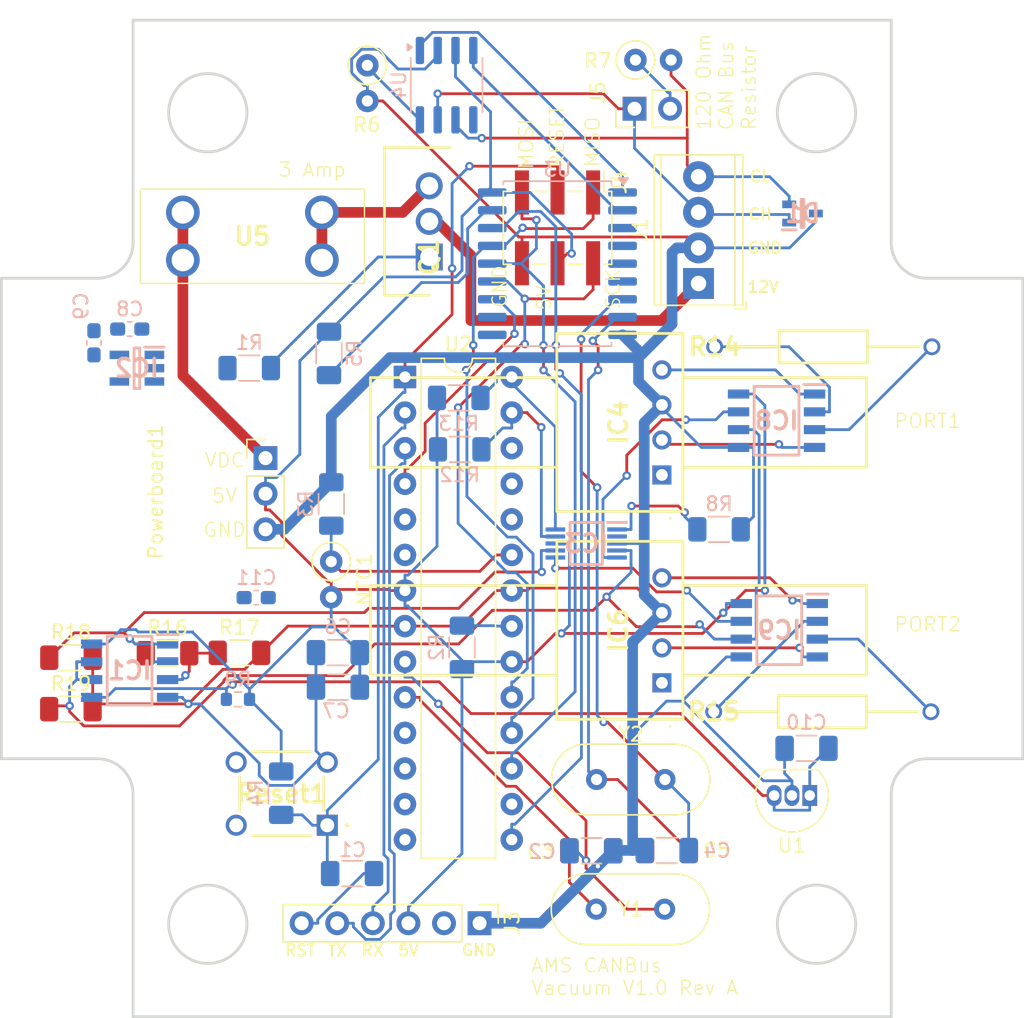
<source format=kicad_pcb>
(kicad_pcb (version 20240108) (generator "pcbnew") (generator_version "8.0")
  (layers (0 "F.Cu" signal) (31 "B.Cu" signal) (34 "B.Paste" user) (35 "F.Paste" user) (36 "B.SilkS" user "B.Silkscreen") (37 "F.SilkS" user "F.Silkscreen") (38 "B.Mask" user) (39 "F.Mask" user) (44 "Edge.Cuts" user))
  (net 0 "")
  (net 1 "GND")
  (net 2 "/BareMinAtmel328P/RESET")
  (net 3 "+5V")
  (net 4 "CANBUS_L")
  (net 5 "CANBUS_H")
  (net 6 "/BareMinAtmel328P/PB5-D13-SCK")
  (net 7 "/BareMinAtmel328P/PB3-D11-MOSI")
  (net 8 "/BareMinAtmel328P/PB4-D12-MISO")
  (net 9 "/BareMinAtmel328P/PD0-RX")
  (net 10 "/BareMinAtmel328P/PD1-TX")
  (net 11 "+VDC")
  (net 12 "/BareMinAtmel328P/PC2-A2")
  (net 13 "/BareMinAtmel328P/PD4-D4")
  (net 14 "/BareMinAtmel328P/PB0-D8")
  (net 15 "/ADS1115/AIN3")
  (net 16 "/BareMinAtmel328P/PD7-D7")
  (net 17 "/BareMinAtmel328P/PD6-D6")
  (net 18 "/BareMinAtmel328P/PC1-A1")
  (net 19 "/BareMinAtmel328P/PB2-D10-SS")
  (net 20 "/ADS1115/AIN0")
  (net 21 "/BareMinAtmel328P/PD5-D5")
  (net 22 "/BareMinAtmel328P/PC3-A3")
  (net 23 "/BareMinAtmel328P/PC0-A0")
  (net 24 "Net-(Q1-Pad1)")
  (net 25 "Net-(Q1-Pad3)")
  (net 26 "/BareMinAtmel328P/AREF")
  (net 29 "/BareMinAtmel328P/PB1-D9")
  (net 30 "/BareMinAtmel328P/PD2-D2")
  (net 31 "/CANBUS-MCP2515/RXtoCANTC")
  (net 32 "/CANBUS-MCP2515/TXtoCANTC")
  (net 33 "Net-(J3-Pin_6)")
  (net 34 "Net-(U2-XTAL1{slash}PB6)")
  (net 35 "Net-(U2-XTAL2{slash}PB7)")
  (net 36 "Net-(U3-OSC2)")
  (net 37 "Net-(U3-OSC1)")
  (net 38 "Net-(J1-Pin_1)")
  (net 39 "+10V")
  (net 41 "+2V5")
  (net 43 "Net-(J5-Pin_2)")
  (net 44 "Net-(U3-~{RESET})")
  (net 45 "Net-(U4-Rs)")
  (net 53 "Net-(IC1-+IN_A)")
  (net 54 "/ADS1115/AIN1")
  (net 55 "/ADS1115/Alert{slash}Ready")
  (net 56 "/SCLB")
  (net 57 "/ADS1115/AIN2")
  (net 58 "/SDAB")
  (net 59 "Net-(IC3-ADDR)")
  (net 60 "Net-(IC4-OUTPUT_B)")
  (net 61 "Net-(IC4-OUTPUT_A)")
  (net 62 "Net-(IC6-OUTPUT_B)")
  (net 63 "Net-(IC6-OUTPUT_A)")
  (net 64 "Net-(IC8-RG_2)")
  (net 65 "Net-(IC8-RG_1)")
  (net 66 "Net-(IC9-RG_2)")
  (net 67 "Net-(IC9-RG_1)")
  (footprint "Capacitor_SMD:C_1206_3216Metric_Pad1.33x1.80mm_HandSolder" (layer "F.Cu") (at 154.2226 115.5799)
    (property "Reference" "C3")
    (property "Value" "22pf")
  )
  (footprint "Resistor_SMD:R_1206_3216Metric_Pad1.30x1.75mm_HandSolder" (layer "F.Cu") (at 129.1186 101.4479)
    (property "Reference" "R17")
    (property "Value" "15k")
  )
  (footprint "Resistor_THT:R_Axial_DIN0207_L6.3mm_D2.5mm_P2.54mm_Vertical" (layer "F.Cu") (at 157.3775 59.1417)
    (property "Reference" "R7")
    (property "Value" "120")
  )
  (footprint "SamacSys_Parts:RESAD1550W60L630D230" (layer "F.Cu") (at 162.9627 105.6542)
    (property "Reference" "R15")
    (property "Value" "YR1B665RCC" (hide yes))
  )
  (footprint "TerminalBlock_Phoenix:TerminalBlock_Phoenix_MPT-0,5-4-2.54_1x04_P2.54mm_Horizontal" (layer "F.Cu") (at 161.8788 75.0888 90)
    (property "Reference" "J1")
    (property "Value" "Power_And_CAN")
  )
  (footprint "SamacSys_Parts:24PCDFA6D" (layer "F.Cu") (at 159.2658 103.5911 -90)
    (property "Reference" "IC6")
    (property "Value" "24PCDFA6D" (hide yes))
  )
  (footprint "Resistor_THT:R_Axial_DIN0207_L6.3mm_D2.5mm_P2.54mm_Vertical" (layer "F.Cu") (at 135.664 94.9361 -90)
    (property "Reference" "NTC1")
    (property "Value" "10k")
  )
  (footprint "Resistor_SMD:R_1206_3216Metric_Pad1.30x1.75mm_HandSolder" (layer "F.Cu") (at 123.986 101.4752)
    (property "Reference" "R16")
    (property "Value" "120k")
  )
  (footprint "Connector_PinHeader_2.54mm:PinHeader_1x06_P2.54mm_Vertical" (layer "F.Cu") (at 146.2546 120.7442 -90)
    (property "Reference" "J3")
    (property "Value" "TTL_Programmer")
  )
  (footprint "SamacSys_Parts:3568" (layer "F.Cu") (at 134.9995 70.018 180)
    (property "Reference" "U5")
    (property "Value" "3568" (hide yes))
  )
  (footprint "SamacSys_Parts:24PCDFA6D" (layer "F.Cu") (at 159.2658 88.7565 -90)
    (property "Reference" "IC4")
    (property "Value" "24PCDFA6D" (hide yes))
  )
  (footprint "Resistor_THT:R_Axial_DIN0207_L6.3mm_D2.5mm_P2.54mm_Vertical" (layer "F.Cu") (at 138.2451 59.523 -90)
    (property "Reference" "R6")
    (property "Value" "17k")
  )
  (footprint "Connector_PinHeader_2.54mm:PinHeader_1x03_P2.54mm_Vertical" (layer "F.Cu") (at 130.9763 87.5526)
    (property "Reference" "Powerboard1")
    (property "Value" "Conn_01x03" (hide yes))
  )
  (footprint "Connector_PinHeader_2.54mm:PinHeader_2x03_P2.54mm_Vertical_SMD" (layer "F.Cu") (at 151.8156 71.1212 -90)
    (property "Reference" "J4")
    (property "Value" "ICSP")
  )
  (footprint "Package_DIP:DIP-28_W7.62mm" (layer "F.Cu") (at 140.9295 81.7618)
    (property "Reference" "U2")
    (property "Value" "ATmega328P-P")
  )
  (footprint "Connector_PinHeader_2.54mm:PinHeader_1x02_P2.54mm_Vertical" (layer "F.Cu") (at 157.311 62.6195 90)
    (property "Reference" "J5")
    (property "Value" "Conn_01x02")
  )
  (footprint "SamacSys_Parts:TO254P469X1042X1967-3P" (layer "F.Cu") (at 142.661 73.2005 90)
    (property "Reference" "Q1")
    (property "Value" "IRF9Z34NPBF" (hide yes))
  )
  (footprint "Resistor_SMD:R_1206_3216Metric_Pad1.30x1.75mm_HandSolder" (layer "F.Cu") (at 117.0899 105.4681)
    (property "Reference" "R19")
    (property "Value" "1M")
  )
  (footprint "Crystal:Crystal_HC49-U_Vertical" (layer "F.Cu") (at 154.6028 110.4887)
    (property "Reference" "Y2")
    (property "Value" "16MHz")
  )
  (footprint "SamacSys_Parts:TS0266160BK260LCRD" (layer "F.Cu") (at 135.3853 113.7525 180)
    (property "Reference" "Reset1")
    (property "Value" "TS02-66-160-BK-260-LCR-D" (hide yes))
  )
  (footprint "Capacitor_SMD:C_1206_3216Metric_Pad1.33x1.80mm_HandSolder" (layer "F.Cu") (at 159.6226 115.5676 180)
    (property "Reference" "C5")
    (property "Value" "22pf")
  )
  (footprint "Crystal:Crystal_HC49-U_Vertical" (layer "F.Cu") (at 154.5779 119.7431)
    (property "Reference" "Y1")
    (property "Value" "16MHz")
  )
  (footprint "Package_TO_SOT_THT:TO-92_Inline" (layer "F.Cu") (at 169.8148 111.6292 180)
    (property "Reference" "U1")
    (property "Value" "TL431LP")
  )
  (footprint "Resistor_SMD:R_1206_3216Metric_Pad1.30x1.75mm_HandSolder" (layer "F.Cu") (at 117.0952 101.7958)
    (property "Reference" "R18")
    (property "Value" "47k")
  )
  (footprint "SamacSys_Parts:RESAD1550W60L630D230" (layer "F.Cu") (at 163.0334 79.6073)
    (property "Reference" "R14")
    (property "Value" "YR1B665RCC" (hide yes))
  )
  (footprint "Capacitor_SMD:C_1206_3216Metric_Pad1.33x1.80mm_HandSolder" (layer "B.Cu") (at 154.2351 115.5734)
    (property "Reference" "C2")
    (property "Value" "22pf")
  )
  (footprint "Package_SO:SOIC-8_3.9x4.9mm_P1.27mm" (layer "B.Cu") (at 143.9 60.9373 -90)
    (property "Reference" "U4")
    (property "Value" "MCP2551-I-SN")
  )
  (footprint "Resistor_SMD:R_1206_3216Metric_Pad1.30x1.75mm_HandSolder" (layer "B.Cu") (at 129.8143 81.1293 180)
    (property "Reference" "R1")
    (property "Value" "10k")
  )
  (footprint "SamacSys_Parts:SOP50P490X110-10N" (layer "B.Cu") (at 153.8616 93.6451 180)
    (property "Reference" "IC3")
    (property "Value" "ADS1115IDGST" (hide yes))
  )
  (footprint "Resistor_SMD:R_1206_3216Metric_Pad1.30x1.75mm_HandSolder" (layer "B.Cu") (at 132.0964 111.4623 -90)
    (property "Reference" "R4")
    (property "Value" "10k")
  )
  (footprint "Capacitor_SMD:C_1206_3216Metric_Pad1.33x1.80mm_HandSolder" (layer "B.Cu") (at 159.6126 115.5485 180)
    (property "Reference" "C4")
    (property "Value" "22pf")
  )
  (footprint "Package_SO:SOIC-18W_7.5x11.6mm_P1.27mm" (layer "B.Cu") (at 151.8064 73.6757 180)
    (property "Reference" "U3")
    (property "Value" "MCP2515-xSO")
  )
  (footprint "SamacSys_Parts:SOT95P270X145-5N" (layer "B.Cu") (at 121.797473 81.134924 180)
    (property "Reference" "IC2")
    (property "Value" "MCP1804T-A002I_OT" (hide yes))
  )
  (footprint "Resistor_SMD:R_1206_3216Metric_Pad1.30x1.75mm_HandSolder" (layer "B.Cu") (at 135.5038 80.0816 90)
    (property "Reference" "R5")
    (property "Value" "10k")
  )
  (footprint "Resistor_SMD:R_1206_3216Metric_Pad1.30x1.75mm_HandSolder" (layer "B.Cu") (at 135.6714 90.8253 -90)
    (property "Reference" "R3")
    (property "Value" "10k")
  )
  (footprint "Capacitor_SMD:C_1206_3216Metric_Pad1.33x1.80mm_HandSolder" (layer "B.Cu") (at 137.1546 117.1997 180)
    (property "Reference" "C1")
    (property "Value" "100nf")
  )
  (footprint "SamacSys_Parts:SOIC127P600X175-8N" (layer "B.Cu") (at 167.4469 84.8855 180)
    (property "Reference" "IC8")
    (property "Value" "INA849DR" (hide yes))
  )
  (footprint "Resistor_SMD:R_1206_3216Metric_Pad1.30x1.75mm_HandSolder" (layer "B.Cu") (at 144.7672 83.2552)
    (property "Reference" "R13")
    (property "Value" "10k")
  )
  (footprint "Resistor_SMD:R_1206_3216Metric_Pad1.30x1.75mm_HandSolder" (layer "B.Cu") (at 144.9956 101.059 -90)
    (property "Reference" "R2")
    (property "Value" "4.7k")
  )
  (footprint "Capacitor_SMD:C_1206_3216Metric_Pad1.33x1.80mm_HandSolder" (layer "B.Cu") (at 169.584596 108.263743 180)
    (property "Reference" "C10")
    (property "Value" "22nF")
  )
  (footprint "Capacitor_SMD:C_0603_1608Metric_Pad1.08x0.95mm_HandSolder" (layer "B.Cu") (at 130.311004 97.50921 180)
    (property "Reference" "C11")
    (property "Value" "1uF")
  )
  (footprint "Resistor_SMD:R_1206_3216Metric_Pad1.30x1.75mm_HandSolder" (layer "B.Cu") (at 163.3447 92.6345 180)
    (property "Reference" "R8")
    (property "Value" "10k")
  )
  (footprint "Resistor_SMD:R_0603_1608Metric" (layer "B.Cu") (at 129.0092 104.7679 180)
    (property "Reference" "R9")
    (property "Value" "1k")
  )
  (footprint "Capacitor_SMD:C_0603_1608Metric_Pad1.08x0.95mm_HandSolder" (layer "B.Cu") (at 121.289918 78.343372 180)
    (property "Reference" "C8")
    (property "Value" "10uF")
  )
  (footprint "Resistor_SMD:R_1206_3216Metric_Pad1.30x1.75mm_HandSolder" (layer "B.Cu") (at 144.8344 86.927)
    (property "Reference" "R12")
    (property "Value" "10k")
  )
  (footprint "Capacitor_SMD:C_0603_1608Metric_Pad1.08x0.95mm_HandSolder" (layer "B.Cu") (at 118.735225 79.324645 90)
    (property "Reference" "C9")
    (property "Value" "22uF")
  )
  (footprint "Capacitor_SMD:C_1206_3216Metric_Pad1.33x1.80mm_HandSolder" (layer "B.Cu") (at 136.143 103.9017 180)
    (property "Reference" "C7")
    (property "Value" "100nf")
  )
  (footprint "SamacSys_Parts:SOT65P210X110-3N" (layer "B.Cu") (at 169.3006 70.0936)
    (property "Reference" "D1")
    (property "Value" "PESD5V0L2UU,115" (hide yes))
  )
  (footprint "Capacitor_SMD:C_1206_3216Metric_Pad1.33x1.80mm_HandSolder" (layer "B.Cu") (at 136.1393 101.4318 180)
    (property "Reference" "C6")
    (property "Value" "100nf")
  )
  (footprint "SamacSys_Parts:SOIC127P600X175-8N" (layer "B.Cu") (at 121.2789 102.7221 180)
    (property "Reference" "IC1")
    (property "Value" "OPA2340UA_2K5" (hide yes))
  )
  (footprint "SamacSys_Parts:SOIC127P600X175-8N" (layer "B.Cu") (at 167.6426 99.8358 180)
    (property "Reference" "IC9")
    (property "Value" "INA849DR" (hide yes))
  )
  (gr_curve (pts (xy 118.9873 109.005738) (xy 120.390104 109.005738) (xy 121.5273 110.142934) (xy 121.5273 111.545738)) (stroke (width 0.2)) (layer "Edge.Cuts"))
  (gr_line (start 175.629317 127.420721) (end 175.629317 111.545738) (stroke (width 0.2)) (layer "Edge.Cuts"))
  (gr_curve (pts (xy 121.5273 72.175733) (xy 121.5273 73.578537) (xy 120.390104 74.715733) (xy 118.9873 74.715733)) (stroke (width 0.2)) (layer "Edge.Cuts"))
  (gr_line (start 121.5273 111.545738) (end 121.5273 127.420721) (stroke (width 0.2)) (layer "Edge.Cuts"))
  (gr_line (start 112.129317 109.005738) (end 118.9873 109.005738) (stroke (width 0.2)) (layer "Edge.Cuts"))
  (gr_circle (center 126.861309 62.904725) (end 129.655309 62.904725) (stroke (width 0.2)) (fill none) (layer "Edge.Cuts"))
  (gr_line (start 121.5273 127.420721) (end 175.629317 127.420721) (stroke (width 0.2)) (layer "Edge.Cuts"))
  (gr_circle (center 170.295309 62.904725) (end 173.089309 62.904725) (stroke (width 0.2)) (fill none) (layer "Edge.Cuts"))
  (gr_line (start 178.169317 109.005738) (end 185.0273 109.005738) (stroke (width 0.2)) (layer "Edge.Cuts"))
  (gr_line (start 175.629317 72.175733) (end 175.629317 56.300729) (stroke (width 0.2)) (layer "Edge.Cuts"))
  (gr_circle (center 170.295309 120.816725) (end 173.089309 120.816725) (stroke (width 0.2)) (fill none) (layer "Edge.Cuts"))
  (gr_circle (center 126.861309 120.816725) (end 129.655309 120.816725) (stroke (width 0.2)) (fill none) (layer "Edge.Cuts"))
  (gr_curve (pts (xy 175.629317 111.545738) (xy 175.629317 110.142934) (xy 176.766514 109.005738) (xy 178.169317 109.005738)) (stroke (width 0.2)) (layer "Edge.Cuts"))
  (gr_line (start 185.0273 74.715733) (end 178.169317 74.715733) (stroke (width 0.2)) (layer "Edge.Cuts"))
  (gr_line (start 185.0273 109.005738) (end 185.0273 74.715733) (stroke (width 0.2)) (layer "Edge.Cuts"))
  (gr_line (start 121.5273 56.300729) (end 121.5273 72.175733) (stroke (width 0.2)) (layer "Edge.Cuts"))
  (gr_line (start 112.129317 74.715733) (end 112.129317 109.005738) (stroke (width 0.2)) (layer "Edge.Cuts"))
  (gr_line (start 118.9873 74.715733) (end 112.129317 74.715733) (stroke (width 0.2)) (layer "Edge.Cuts"))
  (gr_line (start 175.629317 56.300729) (end 121.5273 56.300729) (stroke (width 0.2)) (layer "Edge.Cuts"))
  (gr_curve (pts (xy 178.169317 74.715733) (xy 176.766514 74.715733) (xy 175.629317 73.578537) (xy 175.629317 72.175733)) (stroke (width 0.2)) (layer "Edge.Cuts"))
  (gr_text "GND" (at 148.260956 76.891337 90) (layer "F.SilkS") (effects (font (size 1 1) (thickness 0.1)) (justify left bottom)))
  (gr_text "120 Ohm \nCAN Bus \nResistor" (at 166.057074 64.225428 90) (layer "F.SilkS") (effects (font (size 1 1) (thickness 0.1)) (justify left bottom)))
  (gr_text "PORT2" (at 175.781787 99.997559 0) (layer "F.SilkS") (effects (font (size 1 1) (thickness 0.1)) (justify left bottom)))
  (gr_text "CH" (at 165.36967 70.624107 0) (layer "F.SilkS") (effects (font (size 0.8 0.8) (thickness 0.15) (bold yes)) (justify left bottom)))
  (gr_text "CL" (at 165.449411 67.912902 0) (layer "F.SilkS") (effects (font (size 0.8 0.8) (thickness 0.15) (bold yes)) (justify left bottom)))
  (gr_text "SCK" (at 156.36554 77.028504 90) (layer "F.SilkS") (effects (font (size 1 1) (thickness 0.1)) (justify left bottom)))
  (gr_text "GND" (at 144.902849 123.130049 0) (layer "F.SilkS") (effects (font (size 0.8 0.8) (thickness 0.15) (bold yes)) (justify left bottom)))
  (gr_text "PORT1" (at 175.781787 85.489569 0) (layer "F.SilkS") (effects (font (size 1 1) (thickness 0.1)) (justify left bottom)))
  (gr_text "RST" (at 132.279025 123.156799 0) (layer "F.SilkS") (effects (font (size 0.8 0.8) (thickness 0.15) (bold yes)) (justify left bottom)))
  (gr_text "5V" (at 140.358383 123.156799 0) (layer "F.SilkS") (effects (font (size 0.8 0.8) (thickness 0.15) (bold yes)) (justify left bottom)))
  (gr_text "MOSI" (at 150.166862 67.011732 90) (layer "F.SilkS") (effects (font (size 1 1) (thickness 0.1)) (justify left bottom)))
  (gr_text "GND" (at 165.289929 73.016347 0) (layer "F.SilkS") (effects (font (size 0.8 0.8) (thickness 0.15) (bold yes)) (justify left bottom)))
  (gr_text "RX" (at 137.744473 123.144293 0) (layer "F.SilkS") (effects (font (size 0.8 0.8) (thickness 0.15) (bold yes)) (justify left bottom)))
  (gr_text "GND" (at 126.47268 93.259882 0) (layer "F.SilkS") (effects (font (size 1 1) (thickness 0.1)) (justify left bottom)))
  (gr_text "TX" (at 135.318165 123.169306 0) (layer "F.SilkS") (effects (font (size 0.8 0.8) (thickness 0.15) (bold yes)) (justify left bottom)))
  (gr_text "12V" (at 165.289929 75.807294 0) (layer "F.SilkS") (effects (font (size 0.8 0.8) (thickness 0.15) (bold yes)) (justify left bottom)))
  (gr_text "AMS CANBus\nVacuum V1.0 Rev A" (at 149.872383 125.946237 0) (layer "F.SilkS") (effects (font (size 1 1) (thickness 0.1)) (justify left bottom)))
  (gr_text "5V" (at 127.091727 90.818777 0) (layer "F.SilkS") (effects (font (size 1 1) (thickness 0.1)) (justify left bottom)))
  (gr_text "3 Amp" (at 131.837766 67.550284 0) (layer "F.SilkS") (effects (font (size 1 1) (thickness 0.1)) (justify left bottom)))
  (gr_text "VDC" (at 126.567918 88.296655 0) (layer "F.SilkS") (effects (font (size 1 1) (thickness 0.1)) (justify left bottom)))
  (gr_text "MISO" (at 154.90515 66.869207 90) (layer "F.SilkS") (effects (font (size 1 1) (thickness 0.1)) (justify left bottom)))
  (gr_text "RESET" (at 152.363393 66.923673 90) (layer "F.SilkS") (effects (font (size 1 1) (thickness 0.1)) (justify left bottom)))
  (gr_text "5V" (at 151.436346 77.08297 90) (layer "F.SilkS") (effects (font (size 1 1) (thickness 0.1)) (justify left bottom)))
  (segment (start 149.0533 71.7695) (end 149.2756 71.7695) (width 0.2) (layer "F.Cu") (net 1))
  (segment (start 157.5033 96.8286) (end 149.8244 96.8286) (width 0.2) (layer "F.Cu") (net 1))
  (segment (start 130.6686 101.4479) (end 129.4909 102.6256) (width 0.2) (layer "F.Cu") (net 1))
  (segment (start 161.8788 72.5488) (end 161.0995 71.7695) (width 0.2) (layer "F.Cu") (net 1))
  (segment (start 154.6942 116.6708) (end 155.7851 115.5799) (width 0.2) (layer "F.Cu") (net 1))
  (segment (start 129.4909 102.6256) (end 127.9381 102.6256) (width 0.2) (layer "F.Cu") (net 1))
  (segment (start 132.5747 99.5418) (end 140.9295 99.5418) (width 0.2) (layer "F.Cu") (net 1))
  (segment (start 148.5495 97.0018) (end 149.6512 97.0018) (width 0.2) (layer "F.Cu") (net 1))
  (segment (start 155.7851 115.5799) (end 158.0478 115.5799) (width 0.2) (layer "F.Cu") (net 1))
  (segment (start 149.2756 73.6462) (end 149.2756 71.7695) (width 0.2) (layer "F.Cu") (net 1))
  (segment (start 125.4689 105.0948) (end 119.0132 105.0948) (width 0.2) (layer "F.Cu") (net 1))
  (segment (start 158.0478 115.5799) (end 158.0601 115.5676) (width 0.2) (layer "F.Cu") (net 1))
  (segment (start 161.0995 71.7695) (end 149.2756 71.7695) (width 0.2) (layer "F.Cu") (net 1))
  (segment (start 130.6686 101.4479) (end 132.5747 99.5418) (width 0.2) (layer "F.Cu") (net 1))
  (segment (start 119.0132 105.0948) (end 118.6399 105.4681) (width 0.2) (layer "F.Cu") (net 1))
  (segment (start 118.6452 101.7958) (end 118.6452 104.7268) (width 0.2) (layer "F.Cu") (net 1))
  (segment (start 127.9381 102.6256) (end 125.4689 105.0948) (width 0.2) (layer "F.Cu") (net 1))
  (segment (start 139.3468 62.063) (end 149.0533 71.7695) (width 0.2) (layer "F.Cu") (net 1))
  (segment (start 138.2451 62.063) (end 139.3468 62.063) (width 0.2) (layer "F.Cu") (net 1))
  (segment (start 154.6942 116.6768) (end 154.6942 116.6708) (width 0.2) (layer "F.Cu") (net 1))
  (segment (start 118.6452 104.7268) (end 119.0132 105.0948) (width 0.2) (layer "F.Cu") (net 1))
  (segment (start 148.5495 97.0018) (end 147.4478 97.0018) (width 0.2) (layer "F.Cu") (net 1))
  (segment (start 147.4478 97.0018) (end 144.9078 99.5418) (width 0.2) (layer "F.Cu") (net 1))
  (segment (start 149.8244 96.8286) (end 149.6512 97.0018) (width 0.2) (layer "F.Cu") (net 1))
  (segment (start 144.9078 99.5418) (end 140.9295 99.5418) (width 0.2) (layer "F.Cu") (net 1))
  (segment (start 159.2658 98.5911) (end 157.5033 96.8286) (width 0.2) (layer "F.Cu") (net 1))
  (via (at 154.6942 116.6768) (size 0.6) (drill 0.3) (layers "F.Cu" "B.Cu") (net 1))
  (via (at 125.4689 105.0948) (size 0.6) (drill 0.3) (layers "F.Cu" "B.Cu") (net 1))
  (segment (start 150.627 120.744) (end 146.255 120.744) (width 0.762) (layer "B.Cu") (net 1))
  (segment (start 157.175 100.682) (end 159.266 98.5911) (width 0.762) (layer "B.Cu") (net 1))
  (segment (start 155.7976 115.5734) (end 154.6942 116.6768) (width 0.762) (layer "B.Cu") (net 1))
  (segment (start 143.265 58.4623) (end 143.265 58.8687) (width 0.2) (layer "B.Cu") (net 1))
  (segment (start 134.5805 108.4477) (end 134.9829 108.8501) (width 0.2) (layer "B.Cu") (net 1))
  (segment (start 157.175 107.3145) (end 157.175 100.682) (width 0.762) (layer "B.Cu") (net 1))
  (segment (start 159.2659 83.7566) (end 159.2659 83.9711) (width 0.2) (layer "B.Cu") (net 1))
  (segment (start 132.314 92.6326) (end 135.671 89.2753) (width 0.762) (layer "B.Cu") (net 1))
  (segment (start 170.2506 70.0936) (end 170.2506 70.6703) (width 0.2) (layer "B.Cu") (net 1))
  (segment (start 135.6714 89.2753) (end 135.671 89.2753) (width 0.2) (layer "B.Cu") (net 1))
  (segment (start 157.175 115.549) (end 157.175 107.3145) (width 0.762) (layer "B.Cu") (net 1))
  (segment (start 130.9763 92.6326) (end 132.314 92.6326) (width 0.762) (layer "B.Cu") (net 1))
  (segment (start 165.8016 91.7276) (end 164.8947 92.6345) (width 0.2) (layer "B.Cu") (net 1))
  (segment (start 156.456 78.7557) (end 156.4562 78.7559) (width 0.762) (layer "B.Cu") (net 1))
  (segment (start 159.2659 83.9711) (end 162.0853 86.7905) (width 0.2) (layer "B.Cu") (net 1))
  (segment (start 158.0501 115.5485) (end 158.05 115.5486) (width 0.2) (layer "B.Cu") (net 1))
  (segment (start 158.002 85.02) (end 159.2659 83.7566) (width 0.762) (layer "B.Cu") (net 1))
  (segment (start 138.2451 62.063) (end 138.2451 60.9613) (width 0.2) (layer "B.Cu") (net 1))
  (segment (start 157.598 79.8975) (end 157.598 80.3808) (width 0.762) (layer "B.Cu") (net 1))
  (segment (start 158.002 93.6451) (end 156.0616 93.6451) (width 0.2) (layer "B.Cu") (net 1))
  (segment (start 168.022096 108.263743) (end 168.022096 110.054796) (width 0.2) (layer "B.Cu") (net 1))
  (segment (start 162.0853 86.7905) (end 164.7359 86.7905) (width 0.2) (layer "B.Cu") (net 1))
  (segment (start 135.671 89.2753) (end 135.671 84.5644) (width 0.762) (layer "B.Cu") (net 1))
  (segment (start 134.5805 103.9017) (end 134.5805 108.4477) (width 0.2) (layer "B.Cu") (net 1))
  (segment (start 137.1242 59.0804) (end 137.1242 60.0687) (width 0.2) (layer "B.Cu") (net 1))
  (segment (start 155.798 115.573) (end 155.7976 115.5734) (width 0.762) (layer "B.Cu") (net 1))
  (segment (start 158.05 115.549) (end 157.175 115.549) (width 0.762) (layer "B.Cu") (net 1))
  (segment (start 160.323 72.5488) (end 161.8788 72.5488) (width 0.762) (layer "B.Cu") (net 1))
  (segment (start 159.5934 104.8961) (end 157.175 107.3145) (width 0.2) (layer "B.Cu") (net 1))
  (segment (start 168.022096 110.054796) (end 168.5448 110.5775) (width 0.2) (layer "B.Cu") (net 1))
  (segment (start 164.9316 101.7408) (end 163.8659 101.7408) (width 0.2) (layer "B.Cu") (net 1))
  (segment (start 156.4564 78.7557) (end 156.4562 78.7559) (width 0.2) (layer "B.Cu") (net 1))
  (segment (start 131.2445 110.9084) (end 130.5307 110.1946) (width 0.2) (layer "B.Cu") (net 1))
  (segment (start 159.99 77.9893) (end 159.99 72.8823) (width 0.762) (layer "B.Cu") (net 1))
  (segment (start 157.598 80.3808) (end 159.99 77.9893) (width 0.762) (layer "B.Cu") (net 1))
  (segment (start 130.5307 110.1946) (end 130.5307 109.3295) (width 0.2) (layer "B.Cu") (net 1))
  (segment (start 157.598 82.089) (end 157.598 80.3808) (width 0.762) (layer "B.Cu") (net 1))
  (segment (start 125.0556 104.6815) (end 125.0556 104.6271) (width 0.2) (layer "B.Cu") (net 1))
  (segment (start 134.9829 108.8501) (end 135.3853 109.2525) (width 0.2) (layer "B.Cu") (net 1))
  (segment (start 156.4562 78.7559) (end 157.598 79.8975) (width 0.762) (layer "B.Cu") (net 1))
  (segment (start 139.0302 58.3789) (end 137.8257 58.3789) (width 0.2) (layer "B.Cu") (net 1))
  (segment (start 168.3721 72.5488) (end 170.2506 70.6703) (width 0.2) (layer "B.Cu") (net 1))
  (segment (start 160.8211 104.7856) (end 160.8211 104.8961) (width 0.2) (layer "B.Cu") (net 1))
  (segment (start 146.255 120.744) (end 146.2548 120.744) (width 0.2) (layer "B.Cu") (net 1))
  (segment (start 159.99 72.8823) (end 160.323 72.5488) (width 0.762) (layer "B.Cu") (net 1))
  (segment (start 163.8659 101.7408) (end 160.8211 104.7856) (width 0.2) (layer "B.Cu") (net 1))
  (segment (start 123.9899 104.6271) (end 125.0556 104.6271) (width 0.2) (layer "B.Cu") (net 1))
  (segment (start 160.8211 104.8961) (end 166.5025 110.5775) (width 0.2) (layer "B.Cu") (net 1))
  (segment (start 139.855 80.3808) (end 157.598 80.3808) (width 0.762) (layer "B.Cu") (net 1))
  (segment (start 125.4689 105.0948) (end 125.0556 104.6815) (width 0.2) (layer "B.Cu") (net 1))
  (segment (start 132.9246 110.9084) (end 131.2445 110.9084) (width 0.2) (layer "B.Cu") (net 1))
  (segment (start 155.823 115.549) (end 155.798 115.573) (width 0.762) (layer "B.Cu") (net 1))
  (segment (start 161.8788 72.5488) (end 161.879 72.5488) (width 0.762) (layer "B.Cu") (net 1))
  (segment (start 159.2659 83.7566) (end 159.266 83.7565) (width 0.762) (layer "B.Cu") (net 1))
  (segment (start 164.7359 86.7905) (end 165.8016 86.7905) (width 0.2) (layer "B.Cu") (net 1))
  (segment (start 166.5025 110.5775) (end 168.5448 110.5775) (width 0.2) (layer "B.Cu") (net 1))
  (segment (start 158.002 93.6451) (end 158.002 85.02) (width 0.762) (layer "B.Cu") (net 1))
  (segment (start 143.265 58.8687) (end 142.35 59.7837) (width 0.2) (layer "B.Cu") (net 1))
  (segment (start 126.296 105.0948) (end 125.4689 105.0948) (width 0.2) (layer "B.Cu") (net 1))
  (segment (start 142.35 59.7837) (end 140.435 59.7837) (width 0.2) (layer "B.Cu") (net 1))
  (segment (start 138.0168 60.9613) (end 138.2451 60.9613) (width 0.2) (layer "B.Cu") (net 1))
  (segment (start 158.7604 98.0857) (end 158.002 97.3276) (width 0.762) (layer "B.Cu") (net 1))
  (segment (start 158.7604 98.0857) (end 159.2658 98.5911) (width 0.2) (layer "B.Cu") (net 1))
  (segment (start 159.266 98.5911) (end 158.7604 98.0857) (width 0.762) (layer "B.Cu") (net 1))
  (segment (start 158.05 115.5486) (end 158.05 115.549) (width 0.2) (layer "B.Cu") (net 1))
  (segment (start 130.5307 109.3295) (end 126.296 105.0948) (width 0.2) (layer "B.Cu") (net 1))
  (segment (start 161.879 72.5488) (end 168.3721 72.5488) (width 0.2) (layer "B.Cu") (net 1))
  (segment (start 160.8211 104.8961) (end 159.5934 104.8961) (width 0.2) (layer "B.Cu") (net 1))
  (segment (start 159.2658 83.7565) (end 159.2659 83.7566) (width 0.2) (layer "B.Cu") (net 1))
  (segment (start 157.175 115.549) (end 155.823 115.549) (width 0.762) (layer "B.Cu") (net 1))
  (segment (start 134.5805 103.9017) (end 134.5768 103.898) (width 0.2) (layer "B.Cu") (net 1))
  (segment (start 137.8257 58.3789) (end 137.1242 59.0804) (width 0.2) (layer "B.Cu") (net 1))
  (segment (start 154.6942 116.6768) (end 150.627 120.744) (width 0.762) (layer "B.Cu") (net 1))
  (segment (start 134.9829 108.8501) (end 132.9246 110.9084) (width 0.2) (layer "B.Cu") (net 1))
  (segment (start 168.5448 111.6292) (end 168.5448 110.5775) (width 0.2) (layer "B.Cu") (net 1))
  (segment (start 165.8016 86.7905) (end 165.8016 91.7276) (width 0.2) (layer "B.Cu") (net 1))
  (segment (start 146.2548 120.744) (end 146.2546 120.7442) (width 0.2) (layer "B.Cu") (net 1))
  (segment (start 140.435 59.7837) (end 139.0302 58.3789) (width 0.2) (layer "B.Cu") (net 1))
  (segment (start 137.1242 60.0687) (end 138.0168 60.9613) (width 0.2) (layer "B.Cu") (net 1))
  (segment (start 159.266 83.7565) (end 157.598 82.089) (width 0.762) (layer "B.Cu") (net 1))
  (segment (start 134.5768 103.898) (end 134.5768 101.4318) (width 0.2) (layer "B.Cu") (net 1))
  (segment (start 135.671 84.5644) (end 139.855 80.3808) (width 0.762) (layer "B.Cu") (net 1))
  (segment (start 158.002 97.3276) (end 158.002 93.6451) (width 0.762) (layer "B.Cu") (net 1))
  (segment (start 140.9295 80.6601) (end 144.2924 77.2972) (width 0.2) (layer "F.Cu") (net 2))
  (segment (start 144.2924 74.0179) (end 144.2925 74.0179) (width 0.2) (layer "F.Cu") (net 2))
  (segment (start 144.2924 77.2972) (end 144.2924 74.0179) (width 0.2) (layer "F.Cu") (net 2))
  (segment (start 151.8156 66.7195) (end 145.5293 66.7195) (width 0.2) (layer "F.Cu") (net 2))
  (segment (start 140.9295 81.7618) (end 140.9295 80.6601) (width 0.2) (layer "F.Cu") (net 2))
  (segment (start 151.8156 68.5962) (end 151.8156 66.7195) (width 0.2) (layer "F.Cu") (net 2))
  (via (at 145.5293 66.7195) (size 0.6) (drill 0.3) (layers "F.Cu" "B.Cu") (net 2))
  (via (at 144.2925 74.0179) (size 0.6) (drill 0.3) (layers "F.Cu" "B.Cu") (net 2))
  (segment (start 135.3853 113.7525) (end 134.3336 113.7525) (width 0.2) (layer "B.Cu") (net 2))
  (segment (start 135.5921 117.1997) (end 135.3853 116.9929) (width 0.2) (layer "B.Cu") (net 2))
  (segment (start 133.5934 113.0123) (end 134.3336 113.7525) (width 0.2) (layer "B.Cu") (net 2))
  (segment (start 140.9295 81.7618) (end 140.9295 82.8635) (width 0.2) (layer "B.Cu") (net 2))
  (segment (start 132.0964 113.0123) (end 133.5934 113.0123) (width 0.2) (layer "B.Cu") (net 2))
  (segment (start 145.5293 66.7195) (end 144.2925 67.9563) (width 0.2) (layer "B.Cu") (net 2))
  (segment (start 135.3853 116.9929) (end 135.3853 113.7525) (width 0.2) (layer "B.Cu") (net 2))
  (segment (start 144.2925 67.9563) (end 144.2925 74.0179) (width 0.2) (layer "B.Cu") (net 2))
  (segment (start 139.0244 109.0617) (end 135.3853 112.7008) (width 0.2) (layer "B.Cu") (net 2))
  (segment (start 135.3853 113.7525) (end 135.3853 112.7008) (width 0.2) (layer "B.Cu") (net 2))
  (segment (start 140.9295 82.8635) (end 140.7917 82.8635) (width 0.2) (layer "B.Cu") (net 2))
  (segment (start 140.7917 82.8635) (end 139.0244 84.6308) (width 0.2) (layer "B.Cu") (net 2))
  (segment (start 139.0244 84.6308) (end 139.0244 109.0617) (width 0.2) (layer "B.Cu") (net 2))
  (segment (start 162.1736 100.0634) (end 163.6441 98.5929) (width 0.2) (layer "F.Cu") (net 3))
  (segment (start 149.6512 102.0818) (end 151.6696 100.0634) (width 0.2) (layer "F.Cu") (net 3))
  (segment (start 135.664 97.4761) (end 135.664 96.9252) (width 0.2) (layer "F.Cu") (net 3))
  (segment (start 165.2395 96.9975) (end 163.6441 98.5929) (width 0.2) (layer "F.Cu") (net 3))
  (segment (start 140.9295 97.0018) (end 139.8278 97.0018) (width 0.2) (layer "F.Cu") (net 3))
  (segment (start 152.8232 72.9499) (end 152.5119 72.9499) (width 0.2) (layer "F.Cu") (net 3))
  (segment (start 139.7512 96.9252) (end 139.8278 97.0018) (width 0.2) (layer "F.Cu") (net 3))
  (segment (start 132.128 93.0667) (end 135.4357 96.3744) (width 0.2) (layer "F.Cu") (net 3))
  (segment (start 152.0973 100.0634) (end 162.1736 100.0634) (width 0.2) (layer "F.Cu") (net 3))
  (segment (start 130.9763 90.0926) (end 130.9763 91.2443) (width 0.2) (layer "F.Cu") (net 3))
  (segment (start 131.2643 91.2443) (end 132.128 92.108) (width 0.2) (layer "F.Cu") (net 3))
  (segment (start 135.4357 96.3744) (end 135.664 96.3744) (width 0.2) (layer "F.Cu") (net 3))
  (segment (start 152.5119 72.9499) (end 151.8156 73.6462) (width 0.2) (layer "F.Cu") (net 3))
  (segment (start 151.6696 100.0634) (end 152.0973 100.0634) (width 0.2) (layer "F.Cu") (net 3))
  (segment (start 135.664 96.9252) (end 135.664 96.3744) (width 0.2) (layer "F.Cu") (net 3))
  (segment (start 166.6146 96.9975) (end 165.2395 96.9975) (width 0.2) (layer "F.Cu") (net 3))
  (segment (start 148.5495 102.0818) (end 149.6512 102.0818) (width 0.2) (layer "F.Cu") (net 3))
  (segment (start 130.9763 91.2443) (end 131.2643 91.2443) (width 0.2) (layer "F.Cu") (net 3))
  (segment (start 135.664 96.9252) (end 139.7512 96.9252) (width 0.2) (layer "F.Cu") (net 3))
  (segment (start 132.128 92.108) (end 132.128 93.0667) (width 0.2) (layer "F.Cu") (net 3))
  (via (at 163.6441 98.5929) (size 0.6) (drill 0.3) (layers "F.Cu" "B.Cu") (net 3))
  (via (at 166.6146 96.9975) (size 0.6) (drill 0.3) (layers "F.Cu" "B.Cu") (net 3))
  (via (at 152.0973 100.0634) (size 0.6) (drill 0.3) (layers "F.Cu" "B.Cu") (net 3))
  (via (at 152.8232 72.9499) (size 0.6) (drill 0.3) (layers "F.Cu" "B.Cu") (net 3))
  (segment (start 144.9956 102.0818) (end 147.4478 102.0818) (width 0.2) (layer "B.Cu") (net 3))
  (segment (start 152.8232 71.5685) (end 149.8504 68.5957) (width 0.2) (layer "B.Cu") (net 3))
  (segment (start 144.9956 115.7715) (end 141.1746 119.5925) (width 0.2) (layer "B.Cu") (net 3))
  (segment (start 152.8232 72.9499) (end 152.8232 71.5685) (width 0.2) (layer "B.Cu") (net 3))
  (segment (start 163.8659 98.3711) (end 163.6441 98.5929) (width 0.2) (layer "B.Cu") (net 3))
  (segment (start 140.9295 97.0018) (end 140.9295 95.9001) (width 0.2) (layer "B.Cu") (net 3))
  (segment (start 137.7018 101.4318) (end 137.7055 101.4355) (width 0.2) (layer "B.Cu") (net 3))
  (segment (start 143.2172 83.2552) (end 143.2172 86.3433) (width 0.2) (layer "B.Cu") (net 3))
  (segment (start 147.0385 62.8452) (end 144.535 60.3417) (width 0.2) (layer "B.Cu") (net 3))
  (segment (start 132.0964 107.0301) (end 132.0964 109.9123) (width 0.2) (layer "B.Cu") (net 3))
  (segment (start 143.2172 93.8407) (end 141.1578 95.9001) (width 0.2) (layer "B.Cu") (net 3))
  (segment (start 143.2172 86.8598) (end 143.2172 86.3433) (width 0.2) (layer "B.Cu") (net 3))
  (segment (start 130.9763 90.0926) (end 130.9763 88.9409) (width 0.2) (layer "B.Cu") (net 3))
  (segment (start 165.8016 82.9805) (end 166.6146 83.7935) (width 0.2) (layer "B.Cu") (net 3))
  (segment (start 131.7681 88.9409) (end 133.4245 87.2845) (width 0.2) (layer "B.Cu") (net 3))
  (segment (start 120.6588 99.7919) (end 121.7318 99.7919) (width 0.2) (layer "B.Cu") (net 3))
  (segment (start 164.9316 97.9308) (end 163.8659 97.9308) (width 0.2) (layer "B.Cu") (net 3))
  (segment (start 144.5432 74.6196) (end 145.001 74.1618) (width 0.2) (layer "B.Cu") (net 3))
  (segment (start 152.6633 99.4974) (end 152.0973 100.0634) (width 0.2) (layer "B.Cu") (net 3))
  (segment (start 139.4158 74.6196) (end 144.5432 74.6196) (width 0.2) (layer "B.Cu") (net 3))
  (segment (start 135.664 99.603) (end 134.2711 99.603) (width 0.2) (layer "B.Cu") (net 3))
  (segment (start 151.6616 93.6451) (end 152.6633 93.6451) (width 0.2) (layer "B.Cu") (net 3))
  (segment (start 130.9763 88.9409) (end 131.7681 88.9409) (width 0.2) (layer "B.Cu") (net 3))
  (segment (start 129.8342 104.7679) (end 132.0964 107.0301) (width 0.2) (layer "B.Cu") (net 3))
  (segment (start 147.0385 68.269) (end 147.0385 62.8452) (width 0.2) (layer "B.Cu") (net 3))
  (segment (start 141.1578 95.9001) (end 140.9295 95.9001) (width 0.2) (layer "B.Cu") (net 3))
  (segment (start 135.5038 78.5316) (end 139.4158 74.6196) (width 0.2) (layer "B.Cu") (net 3))
  (segment (start 144.535 60.3417) (end 144.535 58.4623) (width 0.2) (layer "B.Cu") (net 3))
  (segment (start 135.873 99.603) (end 135.664 99.603) (width 0.2) (layer "B.Cu") (net 3))
  (segment (start 129.8342 104.0399) (end 129.8342 104.7679) (width 0.2) (layer "B.Cu") (net 3))
  (segment (start 149.8504 68.5957) (end 147.1564 68.5957) (width 0.2) (layer "B.Cu") (net 3))
  (segment (start 125.775969 99.941131) (end 125.7557 99.9614) (width 0.2) (layer "B.Cu") (net 3))
  (segment (start 148.5495 102.0818) (end 147.4478 102.0818) (width 0.2) (layer "B.Cu") (net 3))
  (segment (start 141.1746 120.7442) (end 141.1746 119.5925) (width 0.2) (layer "B.Cu") (net 3))
  (segment (start 133.4245 87.2845) (end 133.4245 80.6109) (width 0.2) (layer "B.Cu") (net 3))
  (segment (start 118.5679 100.8171) (end 119.6336 100.8171) (width 0.2) (layer "B.Cu") (net 3))
  (segment (start 144.9956 102.0818) (end 144.9956 101.9753) (width 0.2) (layer "B.Cu") (net 3))
  (segment (start 147.1564 68.5957) (end 146.9341 68.3734) (width 0.2) (layer "B.Cu") (net 3))
  (segment (start 145.001 70.3065) (end 146.9341 68.3734) (width 0.2) (layer "B.Cu") (net 3))
  (segment (start 121.9013 99.9614) (end 125.7557 99.9614) (width 0.2) (layer "B.Cu") (net 3))
  (segment (start 164.7359 82.9805) (end 165.8016 82.9805) (width 0.2) (layer "B.Cu") (net 3))
  (segment (start 163.8659 97.9308) (end 163.8659 98.3711) (width 0.2) (layer "B.Cu") (net 3))
  (segment (start 135.664 99.603) (end 135.664 98.5778) (width 0.2) (layer "B.Cu") (net 3))
  (segment (start 144.9956 102.609) (end 144.9956 115.7715) (width 0.2) (layer "B.Cu") (net 3))
  (segment (start 144.9956 102.0818) (end 144.9956 102.609) (width 0.2) (layer "B.Cu") (net 3))
  (segment (start 145.001 74.1618) (end 145.001 70.3065) (width 0.2) (layer "B.Cu") (net 3))
  (segment (start 125.7557 99.9614) (end 129.8342 104.0399) (width 0.2) (layer "B.Cu") (net 3))
  (segment (start 121.7318 99.7919) (end 121.9013 99.9614) (width 0.2) (layer "B.Cu") (net 3))
  (segment (start 144.9956 101.9753) (end 141.1238 98.1035) (width 0.2) (layer "B.Cu") (net 3))
  (segment (start 141.1238 98.1035) (end 140.9295 98.1035) (width 0.2) (layer "B.Cu") (net 3))
  (segment (start 137.7055 101.4355) (end 137.7055 103.9017) (width 0.2) (layer "B.Cu") (net 3))
  (segment (start 133.4245 80.6109) (end 135.5038 78.5316) (width 0.2) (layer "B.Cu") (net 3))
  (segment (start 166.6146 83.7935) (end 166.6146 96.9975) (width 0.2) (layer "B.Cu") (net 3))
  (segment (start 146.9341 68.3734) (end 147.0385 68.269) (width 0.2) (layer "B.Cu") (net 3))
  (segment (start 134.2711 99.603) (end 129.8342 104.0399) (width 0.2) (layer "B.Cu") (net 3))
  (segment (start 137.7018 101.4318) (end 135.873 99.603) (width 0.2) (layer "B.Cu") (net 3))
  (segment (start 143.2844 86.927) (end 143.2172 86.8598) (width 0.2) (layer "B.Cu") (net 3))
  (segment (start 152.6633 93.6451) (end 152.6633 99.4974) (width 0.2) (layer "B.Cu") (net 3))
  (segment (start 140.9295 97.0018) (end 140.9295 98.1035) (width 0.2) (layer "B.Cu") (net 3))
  (segment (start 143.2172 86.3433) (end 143.2172 93.8407) (width 0.2) (layer "B.Cu") (net 3))
  (segment (start 119.6336 100.8171) (end 120.6588 99.7919) (width 0.2) (layer "B.Cu") (net 3))
  (segment (start 135.664 97.4761) (end 135.664 98.5778) (width 0.2) (layer "B.Cu") (net 3))
  (segment (start 161.8788 67.4688) (end 161.0732 66.6632) (width 0.2) (layer "F.Cu") (net 4))
  (segment (start 161.0732 61.3991) (end 159.9175 60.2434) (width 0.2) (layer "F.Cu") (net 4))
  (segment (start 159.9175 59.1417) (end 159.9175 60.2434) (width 0.2) (layer "F.Cu") (net 4))
  (segment (start 161.0732 64.7185) (end 146.4055 64.7185) (width 0.2) (layer "F.Cu") (net 4))
  (segment (start 161.0732 64.7185) (end 161.0732 61.3991) (width 0.2) (layer "F.Cu") (net 4))
  (segment (start 161.0732 66.6632) (end 161.0732 64.7185) (width 0.2) (layer "F.Cu") (net 4))
  (via (at 146.4055 64.7185) (size 0.6) (drill 0.3) (layers "F.Cu" "B.Cu") (net 4))
  (segment (start 166.9525 67.4688) (end 168.3506 68.8669) (width 0.2) (layer "B.Cu") (net 4))
  (segment (start 168.3506 69.4436) (end 168.3506 68.8669) (width 0.2) (layer "B.Cu") (net 4))
  (segment (start 144.535 63.8187) (end 145.4348 64.7185) (width 0.2) (layer "B.Cu") (net 4))
  (segment (start 161.8788 67.4688) (end 166.9525 67.4688) (width 0.2) (layer "B.Cu") (net 4))
  (segment (start 144.535 63.4123) (end 144.535 63.8187) (width 0.2) (layer "B.Cu") (net 4))
  (segment (start 145.4348 64.7185) (end 146.4055 64.7185) (width 0.2) (layer "B.Cu") (net 4))
  (segment (start 155.0874 61.5476) (end 143.265 61.5476) (width 0.2) (layer "F.Cu") (net 5))
  (segment (start 157.311 62.6195) (end 156.1593 62.6195) (width 0.2) (layer "F.Cu") (net 5))
  (segment (start 156.1593 62.6195) (end 155.0874 61.5476) (width 0.2) (layer "F.Cu") (net 5))
  (via (at 143.265 61.5476) (size 0.6) (drill 0.3) (layers "F.Cu" "B.Cu") (net 5))
  (segment (start 162.0369 70.1669) (end 168.3506 70.1669) (width 0.2) (layer "B.Cu") (net 5))
  (segment (start 143.265 63.4123) (end 143.265 61.5476) (width 0.2) (layer "B.Cu") (net 5))
  (segment (start 161.8788 70.0088) (end 162.0369 70.1669) (width 0.2) (layer "B.Cu") (net 5))
  (segment (start 157.311 62.6195) (end 157.311 65.441) (width 0.2) (layer "B.Cu") (net 5))
  (segment (start 157.311 65.441) (end 161.8788 70.0088) (width 0.2) (layer "B.Cu") (net 5))
  (segment (start 168.3506 70.7436) (end 168.3506 70.1669) (width 0.2) (layer "B.Cu") (net 5))
  (segment (start 154.3556 73.6462) (end 154.3556 75.5229) (width 0.2) (layer "F.Cu") (net 6))
  (segment (start 153.6948 76.1837) (end 149.4783 76.1837) (width 0.2) (layer "F.Cu") (net 6))
  (segment (start 149.2543 79.4112) (end 144.7214 83.9441) (width 0.2) (layer "F.Cu") (net 6))
  (segment (start 154.3556 75.5229) (end 153.6948 76.1837) (width 0.2) (layer "F.Cu") (net 6))
  (segment (start 149.4783 79.4112) (end 149.2543 79.4112) (width 0.2) (layer "F.Cu") (net 6))
  (via (at 149.4783 79.4112) (size 0.6) (drill 0.3) (layers "F.Cu" "B.Cu") (net 6))
  (via (at 149.4783 76.1837) (size 0.6) (drill 0.3) (layers "F.Cu" "B.Cu") (net 6))
  (via (at 144.7214 83.9441) (size 0.6) (drill 0.3) (layers "F.Cu" "B.Cu") (net 6))
  (segment (start 144.7214 92.2066) (end 144.7214 83.9441) (width 0.2) (layer "B.Cu") (net 6))
  (segment (start 148.8605 95.7318) (end 148.2466 95.7318) (width 0.2) (layer "B.Cu") (net 6))
  (segment (start 149.658 102.5493) (end 149.658 96.5293) (width 0.2) (layer "B.Cu") (net 6))
  (segment (start 149.658 96.5293) (end 148.8605 95.7318) (width 0.2) (layer "B.Cu") (net 6))
  (segment (start 148.6872 103.5201) (end 149.658 102.5493) (width 0.2) (layer "B.Cu") (net 6))
  (segment (start 148.2403 74.9457) (end 149.4783 76.1837) (width 0.2) (layer "B.Cu") (net 6))
  (segment (start 148.5495 103.5201) (end 148.6872 103.5201) (width 0.2) (layer "B.Cu") (net 6))
  (segment (start 148.2466 95.7318) (end 144.7214 92.2066) (width 0.2) (layer "B.Cu") (net 6))
  (segment (start 148.5495 104.6218) (end 148.5495 103.5201) (width 0.2) (layer "B.Cu") (net 6))
  (segment (start 147.1564 74.9457) (end 148.2403 74.9457) (width 0.2) (layer "B.Cu") (net 6))
  (segment (start 149.4783 76.1837) (end 149.4783 79.4112) (width 0.2) (layer "B.Cu") (net 6))
  (segment (start 150.8172 81.278) (end 150.8172 79.4998) (width 0.2) (layer "F.Cu") (net 7))
  (segment (start 150.2228 70.4729) (end 149.2756 70.4729) (width 0.2) (layer "F.Cu") (net 7))
  (segment (start 150.8172 79.4998) (end 150.8149 79.4975) (width 0.2) (layer "F.Cu") (net 7))
  (segment (start 150.3086 70.5587) (end 150.2228 70.4729) (width 0.2) (layer "F.Cu") (net 7))
  (segment (start 149.2756 68.5962) (end 149.2756 70.4729) (width 0.2) (layer "F.Cu") (net 7))
  (via (at 150.8149 79.4975) (size 0.6) (drill 0.3) (layers "F.Cu" "B.Cu") (net 7))
  (via (at 150.8172 81.278) (size 0.6) (drill 0.3) (layers "F.Cu" "B.Cu") (net 7))
  (via (at 150.3086 70.5587) (size 0.6) (drill 0.3) (layers "F.Cu" "B.Cu") (net 7))
  (segment (start 150.8149 79.4975) (end 150.8149 75.2654) (width 0.2) (layer "B.Cu") (net 7))
  (segment (start 147.1564 73.6757) (end 149.2252 73.6757) (width 0.2) (layer "B.Cu") (net 7))
  (segment (start 150.3086 72.5923) (end 149.2252 73.6757) (width 0.2) (layer "B.Cu") (net 7))
  (segment (start 148.5495 109.7018) (end 148.5495 108.6001) (width 0.2) (layer "B.Cu") (net 7))
  (segment (start 150.3086 70.5587) (end 150.3086 72.5923) (width 0.2) (layer "B.Cu") (net 7))
  (segment (start 150.8149 75.2654) (end 149.2252 73.6757) (width 0.2) (layer "B.Cu") (net 7))
  (segment (start 148.5495 108.6001) (end 148.6872 108.6001) (width 0.2) (layer "B.Cu") (net 7))
  (segment (start 148.6872 108.6001) (end 153.0728 104.2145) (width 0.2) (layer "B.Cu") (net 7))
  (segment (start 153.0728 83.5336) (end 150.8172 81.278) (width 0.2) (layer "B.Cu") (net 7))
  (segment (start 153.0728 104.2145) (end 153.0728 83.5336) (width 0.2) (layer "B.Cu") (net 7))
  (segment (start 149.3792 71.171) (end 153.6575 71.171) (width 0.2) (layer "F.Cu") (net 8))
  (segment (start 145.8044 79.4938) (end 145.8044 80.7561) (width 0.2) (layer "F.Cu") (net 8))
  (segment (start 145.8044 80.7561) (end 145.2954 81.2651) (width 0.2) (layer "F.Cu") (net 8))
  (segment (start 153.6575 71.171) (end 154.3556 70.4729) (width 0.2) (layer "F.Cu") (net 8))
  (segment (start 149.3231 71.1149) (end 149.3792 71.171) (width 0.2) (layer "F.Cu") (net 8))
  (segment (start 154.3556 68.5962) (end 154.3556 70.4729) (width 0.2) (layer "F.Cu") (net 8))
  (via (at 145.8044 79.4938) (size 0.6) (drill 0.3) (layers "F.Cu" "B.Cu") (net 8))
  (via (at 149.3231 71.1149) (size 0.6) (drill 0.3) (layers "F.Cu" "B.Cu") (net 8))
  (via (at 145.2954 81.2651) (size 0.6) (drill 0.3) (layers "F.Cu" "B.Cu") (net 8))
  (segment (start 148.0323 72.4057) (end 149.3231 71.1149) (width 0.2) (layer "B.Cu") (net 8))
  (segment (start 150.0679 104.6795) (end 150.0679 94.3815) (width 0.2) (layer "B.Cu") (net 8))
  (segment (start 145.3497 81.3194) (end 145.2954 81.2651) (width 0.2) (layer "B.Cu") (net 8))
  (segment (start 146.6387 72.4057) (end 145.8044 73.24) (width 0.2) (layer "B.Cu") (net 8))
  (segment (start 148.2531 93.1918) (end 145.3497 90.2884) (width 0.2) (layer "B.Cu") (net 8))
  (segment (start 148.5495 106.0601) (end 148.6873 106.0601) (width 0.2) (layer "B.Cu") (net 8))
  (segment (start 148.6873 106.0601) (end 150.0679 104.6795) (width 0.2) (layer "B.Cu") (net 8))
  (segment (start 145.3497 90.2884) (end 145.3497 81.3194) (width 0.2) (layer "B.Cu") (net 8))
  (segment (start 145.8044 73.24) (end 145.8044 79.4938) (width 0.2) (layer "B.Cu") (net 8))
  (segment (start 150.0679 94.3815) (end 148.8782 93.1918) (width 0.2) (layer "B.Cu") (net 8))
  (segment (start 148.5495 107.1618) (end 148.5495 106.0601) (width 0.2) (layer "B.Cu") (net 8))
  (segment (start 148.8782 93.1918) (end 148.2531 93.1918) (width 0.2) (layer "B.Cu") (net 8))
  (segment (start 147.1564 72.4057) (end 148.0323 72.4057) (width 0.2) (layer "B.Cu") (net 8))
  (segment (start 147.1564 72.4057) (end 146.6387 72.4057) (width 0.2) (layer "B.Cu") (net 8))
  (segment (start 140.7012 85.4035) (end 139.4261 86.6786) (width 0.2) (layer "B.Cu") (net 9))
  (segment (start 140.9295 85.4035) (end 140.7012 85.4035) (width 0.2) (layer "B.Cu") (net 9))
  (segment (start 140.9295 84.3018) (end 140.9295 85.4035) (width 0.2) (layer "B.Cu") (net 9))
  (segment (start 139.7274 118.4997) (end 138.6346 119.5925) (width 0.2) (layer "B.Cu") (net 9))
  (segment (start 139.4261 86.6786) (end 139.4261 115.8483) (width 0.2) (layer "B.Cu") (net 9))
  (segment (start 139.7274 116.1496) (end 139.7274 118.4997) (width 0.2) (layer "B.Cu") (net 9))
  (segment (start 138.6346 120.7442) (end 138.6346 119.5925) (width 0.2) (layer "B.Cu") (net 9))
  (segment (start 139.4261 115.8483) (end 139.7274 116.1496) (width 0.2) (layer "B.Cu") (net 9))
  (segment (start 139.8278 88.8165) (end 139.8278 115.4818) (width 0.2) (layer "B.Cu") (net 10))
  (segment (start 140.9295 86.8418) (end 140.9295 87.9435) (width 0.2) (layer "B.Cu") (net 10))
  (segment (start 137.2463 121.0127) (end 137.2463 120.7442) (width 0.2) (layer "B.Cu") (net 10))
  (segment (start 138.1326 121.899) (end 137.2463 121.0127) (width 0.2) (layer "B.Cu") (net 10))
  (segment (start 139.1424 121.899) (end 138.1326 121.899) (width 0.2) (layer "B.Cu") (net 10))
  (segment (start 140.1684 115.8224) (end 140.1684 119.8504) (width 0.2) (layer "B.Cu") (net 10))
  (segment (start 139.8278 115.4818) (end 140.1684 115.8224) (width 0.2) (layer "B.Cu") (net 10))
  (segment (start 136.0946 120.7442) (end 137.2463 120.7442) (width 0.2) (layer "B.Cu") (net 10))
  (segment (start 140.7008 87.9435) (end 139.8278 88.8165) (width 0.2) (layer "B.Cu") (net 10))
  (segment (start 140.9295 87.9435) (end 140.7008 87.9435) (width 0.2) (layer "B.Cu") (net 10))
  (segment (start 140.1684 119.8504) (end 139.9046 120.1142) (width 0.2) (layer "B.Cu") (net 10))
  (segment (start 139.9046 121.1368) (end 139.1424 121.899) (width 0.2) (layer "B.Cu") (net 10))
  (segment (start 139.9046 120.1142) (end 139.9046 121.1368) (width 0.2) (layer "B.Cu") (net 10))
  (segment (start 130.976 87.5526) (end 128.028 84.6042) (width 0.762) (layer "F.Cu") (net 11))
  (segment (start 125.0795 72.4223) (end 125.0795 73.418) (width 0.2) (layer "F.Cu") (net 11))
  (segment (start 128.028 84.6042) (end 125.08 81.6558) (width 0.762) (layer "F.Cu") (net 11))
  (segment (start 125.08 71.2199) (end 125.0795 71.2194) (width 0.2) (layer "F.Cu") (net 11))
  (segment (start 125.08 81.6558) (end 125.08 72.4218) (width 0.762) (layer "F.Cu") (net 11))
  (segment (start 125.08 71.2199) (end 125.08 70.018) (width 0.762) (layer "F.Cu") (net 11))
  (segment (start 125.08 72.4218) (end 125.0795 72.4223) (width 0.2) (layer "F.Cu") (net 11))
  (segment (start 125.08 72.4218) (end 125.08 71.2199) (width 0.762) (layer "F.Cu") (net 11))
  (segment (start 130.9763 87.5526) (end 130.976 87.5526) (width 0.2) (layer "F.Cu") (net 11))
  (segment (start 125.0795 71.2194) (end 125.0795 70.018) (width 0.2) (layer "F.Cu") (net 11))
  (segment (start 147.3574 95.6778) (end 150.6916 95.6778) (width 0.2) (layer "F.Cu") (net 15))
  (segment (start 115.5452 101.7958) (end 117.3212 100.0198) (width 0.2) (layer "F.Cu") (net 15))
  (segment (start 120.879 100.0198) (end 121.293 100.4338) (width 0.2) (layer "F.Cu") (net 15))
  (segment (start 138.0277 98.5778) (end 138.3337 98.2718) (width 0.2) (layer "F.Cu") (net 15))
  (segment (start 120.879 100.0198) (end 122.321 98.5778) (width 0.2) (layer "F.Cu") (net 15))
  (segment (start 144.7634 98.2718) (end 147.3574 95.6778) (width 0.2) (layer "F.Cu") (net 15))
  (segment (start 117.3212 100.0198) (end 120.879 100.0198) (width 0.2) (layer "F.Cu") (net 15))
  (segment (start 122.321 98.5778) (end 138.0277 98.5778) (width 0.2) (layer "F.Cu") (net 15))
  (segment (start 138.3337 98.2718) (end 144.7634 98.2718) (width 0.2) (layer "F.Cu") (net 15))
  (via (at 121.293 100.4338) (size 0.6) (drill 0.3) (layers "F.Cu" "B.Cu") (net 15))
  (via (at 150.6916 95.6778) (size 0.6) (drill 0.3) (layers "F.Cu" "B.Cu") (net 15))
  (segment (start 121.6763 100.8171) (end 121.293 100.4338) (width 0.2) (layer "B.Cu") (net 15))
  (segment (start 150.6599 94.1451) (end 150.6599 95.6461) (width 0.2) (layer "B.Cu") (net 15))
  (segment (start 122.9242 100.8171) (end 121.6763 100.8171) (width 0.2) (layer "B.Cu") (net 15))
  (segment (start 151.6616 94.1451) (end 150.6599 94.1451) (width 0.2) (layer "B.Cu") (net 15))
  (segment (start 123.9899 100.8171) (end 122.9242 100.8171) (width 0.2) (layer "B.Cu") (net 15))
  (segment (start 122.9242 100.8171) (end 122.9242 102.0871) (width 0.2) (layer "B.Cu") (net 15))
  (segment (start 123.9899 102.0871) (end 122.9242 102.0871) (width 0.2) (layer "B.Cu") (net 15))
  (segment (start 150.6599 95.6461) (end 150.6916 95.6778) (width 0.2) (layer "B.Cu") (net 15))
  (segment (start 116.9974 105.6513) (end 118.0089 106.6628) (width 0.2) (layer "F.Cu") (net 20))
  (segment (start 144.7635 100.8118) (end 147.162 98.4133) (width 0.2) (layer "F.Cu") (net 20))
  (segment (start 157.4442 99.5813) (end 161.795 99.5813) (width 0.2) (layer "F.Cu") (net 20))
  (segment (start 136.521 103.0698) (end 138.779 100.8118) (width 0.2) (layer "F.Cu") (net 20))
  (segment (start 118.0089 106.6628) (end 124.8415 106.6628) (width 0.2) (layer "F.Cu") (net 20))
  (segment (start 116.9974 105.2332) (end 116.9974 105.6513) (width 0.2) (layer "F.Cu") (net 20))
  (segment (start 128.0043 103.4063) (end 128.3408 103.0698) (width 0.2) (layer "F.Cu") (net 20))
  (segment (start 138.779 100.8118) (end 144.7635 100.8118) (width 0.2) (layer "F.Cu") (net 20))
  (segment (start 124.8415 106.6628) (end 128.0043 103.5) (width 0.2) (layer "F.Cu") (net 20))
  (segment (start 116.9974 105.2332) (end 115.7748 105.2332) (width 0.2) (layer "F.Cu") (net 20))
  (segment (start 161.795 99.5813) (end 161.9597 99.4166) (width 0.2) (layer "F.Cu") (net 20))
  (segment (start 155.3158 97.4529) (end 157.4442 99.5813) (width 0.2) (layer "F.Cu") (net 20))
  (segment (start 128.0043 103.5) (end 128.0043 103.4063) (width 0.2) (layer "F.Cu") (net 20))
  (segment (start 154.3554 98.4133) (end 155.3158 97.4529) (width 0.2) (layer "F.Cu") (net 20))
  (segment (start 128.3408 103.0698) (end 136.521 103.0698) (width 0.2) (layer "F.Cu") (net 20))
  (segment (start 147.162 98.4133) (end 154.3554 98.4133) (width 0.2) (layer "F.Cu") (net 20))
  (segment (start 115.7748 105.2332) (end 115.5399 105.4681) (width 0.2) (layer "F.Cu") (net 20))
  (via (at 155.3158 97.4529) (size 0.6) (drill 0.3) (layers "F.Cu" "B.Cu") (net 20))
  (via (at 116.9974 105.2332) (size 0.6) (drill 0.3) (layers "F.Cu" "B.Cu") (net 20))
  (via (at 161.9597 99.4166) (size 0.6) (drill 0.3) (layers "F.Cu" "B.Cu") (net 20))
  (segment (start 157.0633 94.1451) (end 157.0633 95.7054) (width 0.2) (layer "B.Cu") (net 20))
  (segment (start 165.9973 96.764) (end 165.9973 100.4708) (width 0.2) (layer "B.Cu") (net 20))
  (segment (start 117.503 103.3571) (end 116.9974 103.8627) (width 0.2) (layer "B.Cu") (net 20))
  (segment (start 165.8016 85.5205) (end 166.2034 85.9223) (width 0.2) (layer "B.Cu") (net 20))
  (segment (start 156.0616 94.1451) (end 157.0633 94.1451) (width 0.2) (layer "B.Cu") (net 20))
  (segment (start 117.5037 102.0871) (end 117.5022 102.0871) (width 0.2) (layer "B.Cu") (net 20))
  (segment (start 117.6031 102.0871) (end 117.5037 102.0871) (width 0.2) (layer "B.Cu") (net 20))
  (segment (start 163.0139 100.4708) (end 161.9597 99.4166) (width 0.2) (layer "B.Cu") (net 20))
  (segment (start 116.9974 103.8627) (end 116.9974 105.2332) (width 0.2) (layer "B.Cu") (net 20))
  (segment (start 157.0633 95.7054) (end 155.3158 97.4529) (width 0.2) (layer "B.Cu") (net 20))
  (segment (start 117.5022 103.3571) (end 117.5022 102.0871) (width 0.2) (layer "B.Cu") (net 20))
  (segment (start 118.5679 102.0871) (end 117.6031 102.0871) (width 0.2) (layer "B.Cu") (net 20))
  (segment (start 118.5679 103.3571) (end 117.503 103.3571) (width 0.2) (layer "B.Cu") (net 20))
  (segment (start 117.503 103.3571) (end 117.5022 103.3571) (width 0.2) (layer "B.Cu") (net 20))
  (segment (start 164.9316 100.4708) (end 163.0139 100.4708) (width 0.2) (layer "B.Cu") (net 20))
  (segment (start 166.2034 85.9223) (end 166.2034 96.5579) (width 0.2) (layer "B.Cu") (net 20))
  (segment (start 164.9316 100.4708) (end 165.9973 100.4708) (width 0.2) (layer "B.Cu") (net 20))
  (segment (start 166.2034 96.5579) (end 165.9973 96.764) (width 0.2) (layer "B.Cu") (net 20))
  (segment (start 164.7359 85.5205) (end 165.8016 85.5205) (width 0.2) (layer "B.Cu") (net 20))
  (segment (start 147.4478 94.4618) (end 146.2773 95.6323) (width 0.2) (layer "F.Cu") (net 23))
  (segment (start 146.2773 95.6323) (end 136.3602 95.6323) (width 0.2) (layer "F.Cu") (net 23))
  (segment (start 148.5495 94.4618) (end 147.4478 94.4618) (width 0.2) (layer "F.Cu") (net 23))
  (segment (start 136.3602 95.6323) (end 135.664 94.9361) (width 0.2) (layer "F.Cu") (net 23))
  (segment (start 135.664 92.3827) (end 135.664 94.9361) (width 0.2) (layer "B.Cu") (net 23))
  (segment (start 135.6714 92.3753) (end 135.664 92.3827) (width 0.2) (layer "B.Cu") (net 23))
  (segment (start 131.3643 80.8544) (end 139.0182 73.2005) (width 0.2) (layer "B.Cu") (net 24))
  (segment (start 139.0182 73.2005) (end 142.661 73.2005) (width 0.2) (layer "B.Cu") (net 24))
  (segment (start 131.3643 81.1293) (end 131.3643 80.8544) (width 0.2) (layer "B.Cu") (net 24))
  (segment (start 135 70.868) (end 134.9995 70.8675) (width 0.2) (layer "F.Cu") (net 25))
  (segment (start 134.9995 72.1435) (end 134.9995 73.418) (width 0.2) (layer "F.Cu") (net 25))
  (segment (start 140.764 70.018) (end 142.661 68.1205) (width 0.762) (layer "F.Cu") (net 25))
  (segment (start 135 72.143) (end 135 70.868) (width 0.762) (layer "F.Cu") (net 25))
  (segment (start 135 73.418) (end 135 72.143) (width 0.762) (layer "F.Cu") (net 25))
  (segment (start 134.9995 70.8675) (end 134.9995 70.018) (width 0.2) (layer "F.Cu") (net 25))
  (segment (start 135 70.018) (end 140.764 70.018) (width 0.762) (layer "F.Cu") (net 25))
  (segment (start 135 70.868) (end 135 70.018) (width 0.762) (layer "F.Cu") (net 25))
  (segment (start 135 72.143) (end 134.9995 72.1435) (width 0.2) (layer "F.Cu") (net 25))
  (segment (start 144.9956 99.509) (end 147.415 99.509) (width 0.2) (layer "B.Cu") (net 26))
  (segment (start 147.415 99.509) (end 147.4478 99.5418) (width 0.2) (layer "B.Cu") (net 26))
  (segment (start 148.5495 99.5418) (end 147.4478 99.5418) (width 0.2) (layer "B.Cu") (net 26))
  (segment (start 151.6933 81.2135) (end 151.982 81.5022) (width 0.2) (layer "F.Cu") (net 29))
  (segment (start 151.6933 79.4924) (end 151.6933 81.2135) (width 0.2) (layer "F.Cu") (net 29))
  (via (at 151.6933 79.4924) (size 0.6) (drill 0.3) (layers "F.Cu" "B.Cu") (net 29))
  (via (at 151.982 81.5022) (size 0.6) (drill 0.3) (layers "F.Cu" "B.Cu") (net 29))
  (segment (start 153.5222 108.9357) (end 153.5222 83.0424) (width 0.2) (layer "B.Cu") (net 29))
  (segment (start 148.5495 114.7818) (end 148.5495 113.6801) (width 0.2) (layer "B.Cu") (net 29))
  (segment (start 150.6095 69.9508) (end 151.6933 71.0346) (width 0.2) (layer "B.Cu") (net 29))
  (segment (start 149.0461 69.9508) (end 150.6095 69.9508) (width 0.2) (layer "B.Cu") (net 29))
  (segment (start 148.5495 113.6801) (end 148.7778 113.6801) (width 0.2) (layer "B.Cu") (net 29))
  (segment (start 151.6933 71.0346) (end 151.6933 79.4924) (width 0.2) (layer "B.Cu") (net 29))
  (segment (start 148.7778 113.6801) (end 153.5222 108.9357) (width 0.2) (layer "B.Cu") (net 29))
  (segment (start 153.5222 83.0424) (end 151.982 81.5022) (width 0.2) (layer "B.Cu") (net 29))
  (segment (start 147.8612 71.1357) (end 149.0461 69.9508) (width 0.2) (layer "B.Cu") (net 29))
  (segment (start 147.1564 71.1357) (end 147.8612 71.1357) (width 0.2) (layer "B.Cu") (net 29))
  (segment (start 140.9295 89.3818) (end 140.9295 88.2801) (width 0.2) (layer "F.Cu") (net 30))
  (segment (start 142.3693 85.0559) (end 142.3693 87.0686) (width 0.2) (layer "F.Cu") (net 30))
  (segment (start 148.7461 78.6791) (end 142.3693 85.0559) (width 0.2) (layer "F.Cu") (net 30))
  (segment (start 142.3693 87.0686) (end 141.1578 88.2801) (width 0.2) (layer "F.Cu") (net 30))
  (segment (start 141.1578 88.2801) (end 140.9295 88.2801) (width 0.2) (layer "F.Cu") (net 30))
  (via (at 148.7461 78.6791) (size 0.6) (drill 0.3) (layers "F.Cu" "B.Cu") (net 30))
  (segment (start 147.5707 76.2157) (end 148.7461 77.3911) (width 0.2) (layer "B.Cu") (net 30))
  (segment (start 147.1564 76.2157) (end 147.5707 76.2157) (width 0.2) (layer "B.Cu") (net 30))
  (segment (start 148.7461 77.3911) (end 148.7461 78.6791) (width 0.2) (layer "B.Cu") (net 30))
  (segment (start 145.805 59.6601) (end 145.805 58.4623) (width 0.2) (layer "B.Cu") (net 31))
  (segment (start 156.4564 69.8657) (end 156.0106 69.8657) (width 0.2) (layer "B.Cu") (net 31))
  (segment (start 156.0106 69.8657) (end 145.805 59.6601) (width 0.2) (layer "B.Cu") (net 31))
  (segment (start 146.1431 57.1753) (end 142.8935 57.1753) (width 0.2) (layer "B.Cu") (net 32))
  (segment (start 156.4564 68.5957) (end 156.4564 67.4886) (width 0.2) (layer "B.Cu") (net 32))
  (segment (start 156.4564 67.4886) (end 146.1431 57.1753) (width 0.2) (layer "B.Cu") (net 32))
  (segment (start 142.8935 57.1753) (end 141.995 58.0738) (width 0.2) (layer "B.Cu") (net 32))
  (segment (start 141.995 58.0738) (end 141.995 58.4623) (width 0.2) (layer "B.Cu") (net 32))
  (segment (start 133.5546 120.7442) (end 134.7063 120.7442) (width 0.2) (layer "B.Cu") (net 33))
  (segment (start 138.7171 117.1997) (end 137.9823 117.1997) (width 0.2) (layer "B.Cu") (net 33))
  (segment (start 134.7063 120.4757) (end 134.7063 120.7442) (width 0.2) (layer "B.Cu") (net 33))
  (segment (start 137.9823 117.1997) (end 134.7063 120.4757) (width 0.2) (layer "B.Cu") (net 33))
  (segment (start 153.8503 116.2653) (end 153.8503 113.4273) (width 0.2) (layer "F.Cu") (net 34))
  (segment (start 153.8503 116.8136) (end 153.8503 116.2653) (width 0.2) (layer "F.Cu") (net 34))
  (segment (start 159.4579 119.7431) (end 156.7798 119.7431) (width 0.2) (layer "F.Cu") (net 34))
  (segment (start 156.7798 119.7431) (end 153.8503 116.8136) (width 0.2) (layer "F.Cu") (net 34))
  (segment (start 153.8503 113.4273) (end 149.001 108.578) (width 0.2) (layer "F.Cu") (net 34))
  (segment (start 149.001 108.578) (end 146.803 108.578) (width 0.2) (layer "F.Cu") (net 34))
  (segment (start 146.803 108.578) (end 143.3102 105.0852) (width 0.2) (layer "F.Cu") (net 34))
  (via (at 143.3102 105.0852) (size 0.6) (drill 0.3) (layers "F.Cu" "B.Cu") (net 34))
  (via (at 153.8503 116.2653) (size 0.6) (drill 0.3) (layers "F.Cu" "B.Cu") (net 34))
  (segment (start 153.8503 116.2653) (end 153.1584 115.5734) (width 0.2) (layer "B.Cu") (net 34))
  (segment (start 141.4085 103.1835) (end 140.9295 103.1835) (width 0.2) (layer "B.Cu") (net 34))
  (segment (start 140.9295 102.0818) (end 140.9295 103.1835) (width 0.2) (layer "B.Cu") (net 34))
  (segment (start 153.1584 115.5734) (end 152.6726 115.5734) (width 0.2) (layer "B.Cu") (net 34))
  (segment (start 143.3102 105.0852) (end 141.4085 103.1835) (width 0.2) (layer "B.Cu") (net 34))
  (segment (start 152.6601 117.8253) (end 152.6601 115.5799) (width 0.2) (layer "F.Cu") (net 35))
  (segment (start 152.6601 114.7856) (end 148.8463 110.9718) (width 0.2) (layer "F.Cu") (net 35))
  (segment (start 148.1529 110.9718) (end 142.0312 104.8501) (width 0.2) (layer "F.Cu") (net 35))
  (segment (start 142.0312 104.8501) (end 142.0312 104.6218) (width 0.2) (layer "F.Cu") (net 35))
  (segment (start 154.5779 119.7431) (end 152.6601 117.8253) (width 0.2) (layer "F.Cu") (net 35))
  (segment (start 148.8463 110.9718) (end 148.1529 110.9718) (width 0.2) (layer "F.Cu") (net 35))
  (segment (start 140.9295 104.6218) (end 142.0312 104.6218) (width 0.2) (layer "F.Cu") (net 35))
  (segment (start 152.6601 115.5799) (end 152.6601 114.7856) (width 0.2) (layer "F.Cu") (net 35))
  (segment (start 155.3772 106.3831) (end 159.4828 110.4887) (width 0.2) (layer "F.Cu") (net 36))
  (segment (start 153.5002 79.0698) (end 153.5002 88.5056) (width 0.2) (layer "F.Cu") (net 36))
  (segment (start 155.107 106.3831) (end 155.3772 106.3831) (width 0.2) (layer "F.Cu") (net 36))
  (segment (start 153.5002 88.5056) (end 154.6425 89.6479) (width 0.2) (layer "F.Cu") (net 36))
  (via (at 154.6425 89.6479) (size 0.6) (drill 0.3) (layers "F.Cu" "B.Cu") (net 36))
  (via (at 155.107 106.3831) (size 0.6) (drill 0.3) (layers "F.Cu" "B.Cu") (net 36))
  (via (at 153.5002 79.0698) (size 0.6) (drill 0.3) (layers "F.Cu" "B.Cu") (net 36))
  (segment (start 161.1751 115.5485) (end 161.1751 112.181) (width 0.2) (layer "B.Cu") (net 36))
  (segment (start 154.6425 89.6479) (end 154.6425 105.9186) (width 0.2) (layer "B.Cu") (net 36))
  (segment (start 156.0086 76.2157) (end 153.5002 78.7241) (width 0.2) (layer "B.Cu") (net 36))
  (segment (start 161.1751 112.181) (end 159.4828 110.4887) (width 0.2) (layer "B.Cu") (net 36))
  (segment (start 153.5002 78.7241) (end 153.5002 79.0698) (width 0.2) (layer "B.Cu") (net 36))
  (segment (start 156.4564 76.2157) (end 156.0086 76.2157) (width 0.2) (layer "B.Cu") (net 36))
  (segment (start 154.6425 105.9186) (end 155.107 106.3831) (width 0.2) (layer "B.Cu") (net 36))
  (segment (start 154.714 81.2678) (end 154.714 79.5606) (width 0.2) (layer "F.Cu") (net 37))
  (segment (start 156.1062 110.4887) (end 161.1851 115.5676) (width 0.2) (layer "F.Cu") (net 37))
  (segment (start 154.714 79.5606) (end 154.3353 79.1819) (width 0.2) (layer "F.Cu") (net 37))
  (segment (start 154.6028 110.4887) (end 156.1062 110.4887) (width 0.2) (layer "F.Cu") (net 37))
  (via (at 154.3353 79.1819) (size 0.6) (drill 0.3) (layers "F.Cu" "B.Cu") (net 37))
  (via (at 154.714 81.2678) (size 0.6) (drill 0.3) (layers "F.Cu" "B.Cu") (net 37))
  (segment (start 154.6028 110.4887) (end 154.0266 109.9125) (width 0.2) (layer "B.Cu") (net 37))
  (segment (start 154.0266 109.9125) (end 154.0266 81.9552) (width 0.2) (layer "B.Cu") (net 37))
  (segment (start 154.0266 81.9552) (end 154.714 81.2678) (width 0.2) (layer "B.Cu") (net 37))
  (segment (start 156.0315 77.4857) (end 156.4564 77.4857) (width 0.2) (layer "B.Cu") (net 37))
  (segment (start 154.3353 79.1819) (end 156.0315 77.4857) (width 0.2) (layer "B.Cu") (net 37))
  (segment (start 142.661 70.6605) (end 143.203 70.6605) (width 0.762) (layer "F.Cu") (net 38))
  (segment (start 145.633 73.0906) (end 145.633 77.7342) (width 0.762) (layer "F.Cu") (net 38))
  (segment (start 145.633 77.7342) (end 159.233 77.7342) (width 0.762) (layer "F.Cu") (net 38))
  (segment (start 160.5561 76.4115) (end 161.8788 75.0888) (width 0.2) (layer "F.Cu") (net 38))
  (segment (start 160.556 76.4115) (end 161.879 75.0888) (width 0.762) (layer "F.Cu") (net 38))
  (segment (start 159.233 77.7342) (end 160.556 76.4115) (width 0.762) (layer "F.Cu") (net 38))
  (segment (start 160.556 76.4115) (end 160.5561 76.4115) (width 0.2) (layer "F.Cu") (net 38))
  (segment (start 143.203 70.6605) (end 145.633 73.0906) (width 0.762) (layer "F.Cu") (net 38))
  (segment (start 160.6003 105.7814) (end 166.4481 111.6292) (width 0.2) (layer "F.Cu") (net 41))
  (segment (start 128.8406 103.514) (end 143.3751 103.514) (width 0.2) (layer "F.Cu") (net 41))
  (segment (start 145.6425 105.7814) (end 160.6003 105.7814) (width 0.2) (layer "F.Cu") (net 41))
  (segment (start 143.3751 103.514) (end 145.6425 105.7814) (width 0.2) (layer "F.Cu") (net 41))
  (segment (start 128.6403 103.7143) (end 128.8406 103.514) (width 0.2) (layer "F.Cu") (net 41))
  (segment (start 167.2748 111.6292) (end 166.4481 111.6292) (width 0.2) (layer "F.Cu") (net 41))
  (via (at 128.6403 103.7143) (size 0.6) (drill 0.3) (layers "F.Cu" "B.Cu") (net 41))
  (segment (start 128.4718 103.7143) (end 128.6403 103.7143) (width 0.2) (layer "B.Cu") (net 41))
  (segment (start 169.8148 109.596039) (end 171.147096 108.263743) (width 0.2) (layer "B.Cu") (net 41))
  (segment (start 167.2748 112.6809) (end 169.8148 112.6809) (width 0.2) (layer "B.Cu") (net 41))
  (segment (start 167.2748 111.6292) (end 167.2748 112.6809) (width 0.2) (layer "B.Cu") (net 41))
  (segment (start 128.1842 104.0019) (end 128.4718 103.7143) (width 0.2) (layer "B.Cu") (net 41))
  (segment (start 169.8148 111.6292) (end 169.8148 109.596039) (width 0.2) (layer "B.Cu") (net 41))
  (segment (start 118.5679 104.6271) (end 119.6336 104.6271) (width 0.2) (layer "B.Cu") (net 41))
  (segment (start 128.1842 104.7679) (end 128.1842 104.0019) (width 0.2) (layer "B.Cu") (net 41))
  (segment (start 128.1842 104.0019) (end 128.1827 104.0004) (width 0.2) (layer "B.Cu") (net 41))
  (segment (start 169.8148 111.6292) (end 169.8148 112.6809) (width 0.2) (layer "B.Cu") (net 41))
  (segment (start 120.2603 104.0004) (end 119.6336 104.6271) (width 0.2) (layer "B.Cu") (net 41))
  (segment (start 128.1827 104.0004) (end 120.2603 104.0004) (width 0.2) (layer "B.Cu") (net 41))
  (segment (start 159.851 61.4678) (end 159.7036 61.4678) (width 0.2) (layer "B.Cu") (net 43))
  (segment (start 159.7036 61.4678) (end 157.3775 59.1417) (width 0.2) (layer "B.Cu") (net 43))
  (segment (start 159.851 62.6195) (end 159.851 61.4678) (width 0.2) (layer "B.Cu") (net 43))
  (segment (start 145.4027 74.349) (end 145.4027 71.1752) (width 0.2) (layer "B.Cu") (net 44))
  (segment (start 145.4027 71.1752) (end 146.7122 69.8657) (width 0.2) (layer "B.Cu") (net 44))
  (segment (start 135.5038 81.6316) (end 142.1141 75.0213) (width 0.2) (layer "B.Cu") (net 44))
  (segment (start 146.7122 69.8657) (end 147.1564 69.8657) (width 0.2) (layer "B.Cu") (net 44))
  (segment (start 142.1141 75.0213) (end 144.7304 75.0213) (width 0.2) (layer "B.Cu") (net 44))
  (segment (start 144.7304 75.0213) (end 145.4027 74.349) (width 0.2) (layer "B.Cu") (net 44))
  (segment (start 141.995 63.4123) (end 138.2451 59.6624) (width 0.2) (layer "B.Cu") (net 45))
  (segment (start 138.2451 59.6624) (end 138.2451 59.523) (width 0.2) (layer "B.Cu") (net 45))
  (segment (start 127.5413 101.4752) (end 127.5686 101.4479) (width 0.2) (layer "F.Cu") (net 53))
  (segment (start 125.536 101.4752) (end 125.536 102.7761) (width 0.2) (layer "F.Cu") (net 53))
  (segment (start 125.536 101.4752) (end 127.5413 101.4752) (width 0.2) (layer "F.Cu") (net 53))
  (segment (start 125.536 102.7761) (end 125.2628 103.0493) (width 0.2) (layer "F.Cu") (net 53))
  (via (at 125.2628 103.0493) (size 0.6) (drill 0.3) (layers "F.Cu" "B.Cu") (net 53))
  (segment (start 125.0556 103.2565) (end 125.2628 103.0493) (width 0.2) (layer "B.Cu") (net 53))
  (segment (start 125.0556 103.3571) (end 125.0556 103.2565) (width 0.2) (layer "B.Cu") (net 53))
  (segment (start 123.9899 103.3571) (end 125.0556 103.3571) (width 0.2) (layer "B.Cu") (net 53))
  (segment (start 156.755 88.802) (end 156.755 87.3474) (width 0.2) (layer "F.Cu") (net 54))
  (segment (start 156.755 87.3474) (end 159.2861 84.8163) (width 0.2) (layer "F.Cu") (net 54))
  (segment (start 159.2861 84.8163) (end 160.9619 84.8163) (width 0.2) (layer "F.Cu") (net 54))
  (via (at 156.755 88.802) (size 0.6) (drill 0.3) (layers "F.Cu" "B.Cu") (net 54))
  (via (at 160.9619 84.8163) (size 0.6) (drill 0.3) (layers "F.Cu" "B.Cu") (net 54))
  (segment (start 164.7359 84.2505) (end 163.6702 84.2505) (width 0.2) (layer "B.Cu") (net 54))
  (segment (start 156.0616 94.6451) (end 155.0599 94.6451) (width 0.2) (layer "B.Cu") (net 54))
  (segment (start 163.1044 84.8163) (end 163.6702 84.2505) (width 0.2) (layer "B.Cu") (net 54))
  (segment (start 160.9619 84.8163) (end 163.1044 84.8163) (width 0.2) (layer "B.Cu") (net 54))
  (segment (start 155.0599 90.4971) (end 156.755 88.802) (width 0.2) (layer "B.Cu") (net 54))
  (segment (start 155.0599 94.6451) (end 155.0599 90.4971) (width 0.2) (layer "B.Cu") (net 54))
  (segment (start 147.4478 81.7618) (end 147.4478 82.1246) (width 0.2) (layer "B.Cu") (net 56))
  (segment (start 151.6616 85.3312) (end 151.6616 92.6451) (width 0.2) (layer "B.Cu") (net 56))
  (segment (start 148.0922 81.7618) (end 151.6616 85.3312) (width 0.2) (layer "B.Cu") (net 56))
  (segment (start 147.4478 82.1246) (end 146.3172 83.2552) (width 0.2) (layer "B.Cu") (net 56))
  (segment (start 148.5495 81.7618) (end 148.0922 81.7618) (width 0.2) (layer "B.Cu") (net 56))
  (segment (start 148.0922 81.7618) (end 147.4478 81.7618) (width 0.2) (layer "B.Cu") (net 56))
  (segment (start 158.8799 97.0985) (end 157.1918 95.4104) (width 0.2) (layer "F.Cu") (net 57))
  (segment (start 160.9409 97.0985) (end 158.8799 97.0985) (width 0.2) (layer "F.Cu") (net 57))
  (segment (start 161.0419 96.9975) (end 160.9409 97.0985) (width 0.2) (layer "F.Cu") (net 57))
  (segment (start 157.1918 95.4104) (end 151.6616 95.4104) (width 0.2) (layer "F.Cu") (net 57))
  (via (at 151.6616 95.4104) (size 0.6) (drill 0.3) (layers "F.Cu" "B.Cu") (net 57))
  (via (at 161.0419 96.9975) (size 0.6) (drill 0.3) (layers "F.Cu" "B.Cu") (net 57))
  (segment (start 161.0419 96.9975) (end 163.2452 99.2008) (width 0.2) (layer "B.Cu") (net 57))
  (segment (start 151.6616 94.6451) (end 151.6616 95.4104) (width 0.2) (layer "B.Cu") (net 57))
  (segment (start 163.2452 99.2008) (end 164.9316 99.2008) (width 0.2) (layer "B.Cu") (net 57))
  (segment (start 149.6512 84.3439) (end 150.6599 85.3526) (width 0.2) (layer "F.Cu") (net 58))
  (segment (start 149.6512 84.3018) (end 149.6512 84.3439) (width 0.2) (layer "F.Cu") (net 58))
  (segment (start 148.5495 84.3018) (end 149.6512 84.3018) (width 0.2) (layer "F.Cu") (net 58))
  (via (at 150.6599 85.3526) (size 0.6) (drill 0.3) (layers "F.Cu" "B.Cu") (net 58))
  (segment (start 151.6616 93.1451) (end 150.6599 93.1451) (width 0.2) (layer "B.Cu") (net 58))
  (segment (start 147.9079 85.4035) (end 146.3844 86.927) (width 0.2) (layer "B.Cu") (net 58))
  (segment (start 148.5495 84.3018) (end 148.5495 85.4035) (width 0.2) (layer "B.Cu") (net 58))
  (segment (start 150.6599 93.1451) (end 150.6599 85.3526) (width 0.2) (layer "B.Cu") (net 58))
  (segment (start 148.5495 85.4035) (end 147.9079 85.4035) (width 0.2) (layer "B.Cu") (net 58))
  (segment (start 157.0968 90.9717) (end 160.4357 90.9717) (width 0.2) (layer "F.Cu") (net 59))
  (segment (start 160.4357 90.9717) (end 160.8929 91.4289) (width 0.2) (layer "F.Cu") (net 59))
  (via (at 160.8929 91.4289) (size 0.6) (drill 0.3) (layers "F.Cu" "B.Cu") (net 59))
  (via (at 157.0968 90.9717) (size 0.6) (drill 0.3) (layers "F.Cu" "B.Cu") (net 59))
  (segment (start 160.8929 91.7327) (end 160.8929 91.4289) (width 0.2) (layer "B.Cu") (net 59))
  (segment (start 161.7947 92.6345) (end 160.8929 91.7327) (width 0.2) (layer "B.Cu") (net 59))
  (segment (start 156.0616 92.6451) (end 157.0633 92.6451) (width 0.2) (layer "B.Cu") (net 59))
  (segment (start 157.0968 90.9717) (end 157.0633 91.0052) (width 0.2) (layer "B.Cu") (net 59))
  (segment (start 157.0633 91.0052) (end 157.0633 92.6451) (width 0.2) (layer "B.Cu") (net 59))
  (segment (start 159.2658 81.2565) (end 167.3682 81.2565) (width 0.2) (layer "B.Cu") (net 60))
  (segment (start 170.1579 82.9805) (end 169.0922 82.9805) (width 0.2) (layer "B.Cu") (net 60))
  (segment (start 167.3682 81.2565) (end 169.0922 82.9805) (width 0.2) (layer "B.Cu") (net 60))
  (segment (start 159.5771 86.5678) (end 167.6182 86.5678) (width 0.2) (layer "F.Cu") (net 61))
  (segment (start 159.2658 86.2565) (end 159.5771 86.5678) (width 0.2) (layer "F.Cu") (net 61))
  (via (at 167.6182 86.5678) (size 0.6) (drill 0.3) (layers "F.Cu" "B.Cu") (net 61))
  (segment (start 169.0922 86.7905) (end 167.8409 86.7905) (width 0.2) (layer "B.Cu") (net 61))
  (segment (start 167.8409 86.7905) (end 167.6182 86.5678) (width 0.2) (layer "B.Cu") (net 61))
  (segment (start 170.1579 86.7905) (end 169.0922 86.7905) (width 0.2) (layer "B.Cu") (net 61))
  (segment (start 159.2658 96.0911) (end 166.9735 96.0911) (width 0.2) (layer "F.Cu") (net 62))
  (segment (start 166.9735 96.0911) (end 168.5873 97.7049) (width 0.2) (layer "F.Cu") (net 62))
  (via (at 168.5873 97.7049) (size 0.6) (drill 0.3) (layers "F.Cu" "B.Cu") (net 62))
  (segment (start 168.5873 97.7049) (end 169.062 97.7049) (width 0.2) (layer "B.Cu") (net 62))
  (segment (start 170.3536 97.9308) (end 169.2879 97.9308) (width 0.2) (layer "B.Cu") (net 62))
  (segment (start 169.062 97.7049) (end 169.2879 97.9308) (width 0.2) (layer "B.Cu") (net 62))
  (segment (start 159.2658 101.0911) (end 169.0855 101.0911) (width 0.2) (layer "F.Cu") (net 63))
  (via (at 169.0855 101.0911) (size 0.6) (drill 0.3) (layers "F.Cu" "B.Cu") (net 63))
  (segment (start 169.2879 101.2935) (end 169.0855 101.0911) (width 0.2) (layer "B.Cu") (net 63))
  (segment (start 169.2879 101.7408) (end 169.2879 101.2935) (width 0.2) (layer "B.Cu") (net 63))
  (segment (start 170.3536 101.7408) (end 169.2879 101.7408) (width 0.2) (layer "B.Cu") (net 63))
  (segment (start 172.6202 85.5205) (end 178.5334 79.6073) (width 0.2) (layer "B.Cu") (net 64))
  (segment (start 170.1579 85.5205) (end 172.6202 85.5205) (width 0.2) (layer "B.Cu") (net 64))
  (segment (start 170.1579 84.2505) (end 171.2236 84.2505) (width 0.2) (layer "B.Cu") (net 65))
  (segment (start 171.2236 82.4941) (end 168.3368 79.6073) (width 0.2) (layer "B.Cu") (net 65))
  (segment (start 168.3368 79.6073) (end 163.0334 79.6073) (width 0.2) (layer "B.Cu") (net 65))
  (segment (start 171.2236 84.2505) (end 171.2236 82.4941) (width 0.2) (layer "B.Cu") (net 65))
  (segment (start 170.3536 100.4708) (end 173.2793 100.4708) (width 0.2) (layer "B.Cu") (net 66))
  (segment (start 173.2793 100.4708) (end 178.4627 105.6542) (width 0.2) (layer "B.Cu") (net 66))
  (segment (start 169.2879 99.2008) (end 169.2879 99.329) (width 0.2) (layer "B.Cu") (net 67))
  (segment (start 169.2879 99.329) (end 162.9627 105.6542) (width 0.2) (layer "B.Cu") (net 67))
  (segment (start 170.3536 99.2008) (end 169.2879 99.2008) (width 0.2) (layer "B.Cu") (net 67))
)
</source>
